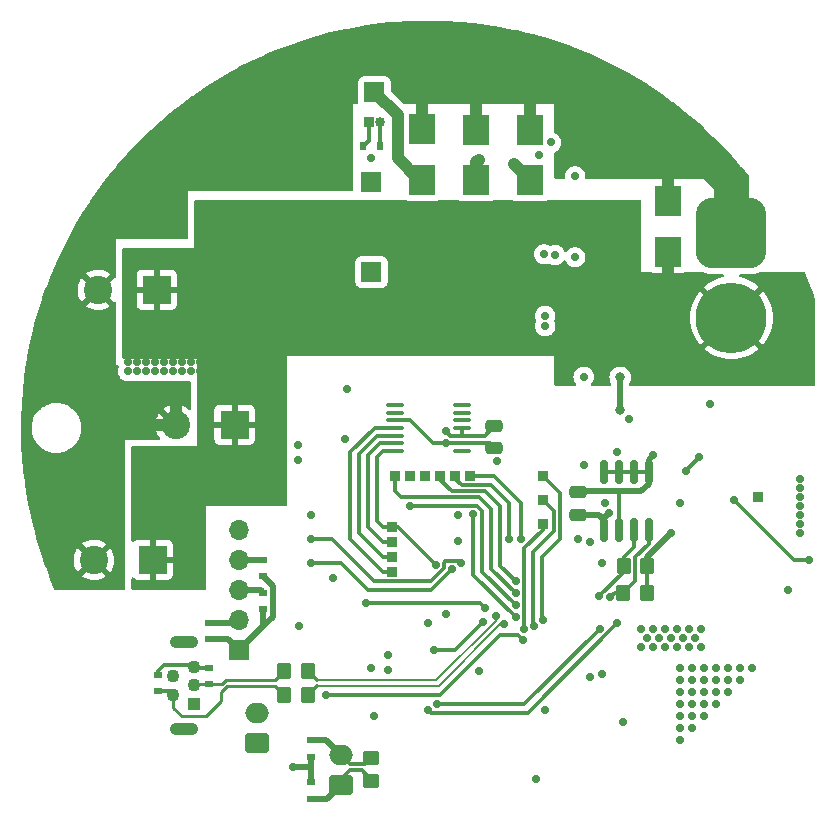
<source format=gbl>
G04 #@! TF.GenerationSoftware,KiCad,Pcbnew,6.0.11+dfsg-1*
G04 #@! TF.CreationDate,2025-03-20T11:06:45-04:00*
G04 #@! TF.ProjectId,foc-board,666f632d-626f-4617-9264-2e6b69636164,rev?*
G04 #@! TF.SameCoordinates,Original*
G04 #@! TF.FileFunction,Copper,L4,Bot*
G04 #@! TF.FilePolarity,Positive*
%FSLAX46Y46*%
G04 Gerber Fmt 4.6, Leading zero omitted, Abs format (unit mm)*
G04 Created by KiCad (PCBNEW 6.0.11+dfsg-1) date 2025-03-20 11:06:45*
%MOMM*%
%LPD*%
G01*
G04 APERTURE LIST*
G04 Aperture macros list*
%AMRoundRect*
0 Rectangle with rounded corners*
0 $1 Rounding radius*
0 $2 $3 $4 $5 $6 $7 $8 $9 X,Y pos of 4 corners*
0 Add a 4 corners polygon primitive as box body*
4,1,4,$2,$3,$4,$5,$6,$7,$8,$9,$2,$3,0*
0 Add four circle primitives for the rounded corners*
1,1,$1+$1,$2,$3*
1,1,$1+$1,$4,$5*
1,1,$1+$1,$6,$7*
1,1,$1+$1,$8,$9*
0 Add four rect primitives between the rounded corners*
20,1,$1+$1,$2,$3,$4,$5,0*
20,1,$1+$1,$4,$5,$6,$7,0*
20,1,$1+$1,$6,$7,$8,$9,0*
20,1,$1+$1,$8,$9,$2,$3,0*%
G04 Aperture macros list end*
G04 #@! TA.AperFunction,ComponentPad*
%ADD10R,1.700000X1.700000*%
G04 #@! TD*
G04 #@! TA.AperFunction,ComponentPad*
%ADD11R,2.400000X2.400000*%
G04 #@! TD*
G04 #@! TA.AperFunction,ComponentPad*
%ADD12C,2.400000*%
G04 #@! TD*
G04 #@! TA.AperFunction,ComponentPad*
%ADD13R,0.850000X0.850000*%
G04 #@! TD*
G04 #@! TA.AperFunction,ComponentPad*
%ADD14O,0.850000X0.850000*%
G04 #@! TD*
G04 #@! TA.AperFunction,ComponentPad*
%ADD15RoundRect,0.250000X0.750000X-0.600000X0.750000X0.600000X-0.750000X0.600000X-0.750000X-0.600000X0*%
G04 #@! TD*
G04 #@! TA.AperFunction,ComponentPad*
%ADD16O,2.000000X1.700000*%
G04 #@! TD*
G04 #@! TA.AperFunction,ComponentPad*
%ADD17R,1.100000X1.100000*%
G04 #@! TD*
G04 #@! TA.AperFunction,ComponentPad*
%ADD18C,1.100000*%
G04 #@! TD*
G04 #@! TA.AperFunction,ComponentPad*
%ADD19O,2.400000X1.100000*%
G04 #@! TD*
G04 #@! TA.AperFunction,ComponentPad*
%ADD20RoundRect,1.500000X-1.500000X1.500000X-1.500000X-1.500000X1.500000X-1.500000X1.500000X1.500000X0*%
G04 #@! TD*
G04 #@! TA.AperFunction,ComponentPad*
%ADD21C,6.000000*%
G04 #@! TD*
G04 #@! TA.AperFunction,ComponentPad*
%ADD22O,1.700000X1.700000*%
G04 #@! TD*
G04 #@! TA.AperFunction,SMDPad,CuDef*
%ADD23R,0.700000X0.600000*%
G04 #@! TD*
G04 #@! TA.AperFunction,SMDPad,CuDef*
%ADD24RoundRect,0.150000X-0.150000X0.825000X-0.150000X-0.825000X0.150000X-0.825000X0.150000X0.825000X0*%
G04 #@! TD*
G04 #@! TA.AperFunction,SMDPad,CuDef*
%ADD25RoundRect,0.250000X-0.350000X-0.450000X0.350000X-0.450000X0.350000X0.450000X-0.350000X0.450000X0*%
G04 #@! TD*
G04 #@! TA.AperFunction,SMDPad,CuDef*
%ADD26R,2.300000X2.500000*%
G04 #@! TD*
G04 #@! TA.AperFunction,SMDPad,CuDef*
%ADD27R,0.600000X0.700000*%
G04 #@! TD*
G04 #@! TA.AperFunction,SMDPad,CuDef*
%ADD28RoundRect,0.250000X-0.475000X0.250000X-0.475000X-0.250000X0.475000X-0.250000X0.475000X0.250000X0*%
G04 #@! TD*
G04 #@! TA.AperFunction,SMDPad,CuDef*
%ADD29RoundRect,0.100000X-0.637500X-0.100000X0.637500X-0.100000X0.637500X0.100000X-0.637500X0.100000X0*%
G04 #@! TD*
G04 #@! TA.AperFunction,SMDPad,CuDef*
%ADD30RoundRect,0.250000X0.475000X-0.250000X0.475000X0.250000X-0.475000X0.250000X-0.475000X-0.250000X0*%
G04 #@! TD*
G04 #@! TA.AperFunction,SMDPad,CuDef*
%ADD31RoundRect,0.250000X0.450000X-0.350000X0.450000X0.350000X-0.450000X0.350000X-0.450000X-0.350000X0*%
G04 #@! TD*
G04 #@! TA.AperFunction,SMDPad,CuDef*
%ADD32RoundRect,0.250000X0.350000X0.450000X-0.350000X0.450000X-0.350000X-0.450000X0.350000X-0.450000X0*%
G04 #@! TD*
G04 #@! TA.AperFunction,ViaPad*
%ADD33C,0.700000*%
G04 #@! TD*
G04 #@! TA.AperFunction,ViaPad*
%ADD34C,0.800000*%
G04 #@! TD*
G04 #@! TA.AperFunction,Conductor*
%ADD35C,1.000000*%
G04 #@! TD*
G04 #@! TA.AperFunction,Conductor*
%ADD36C,0.300000*%
G04 #@! TD*
G04 #@! TA.AperFunction,Conductor*
%ADD37C,0.500000*%
G04 #@! TD*
G04 #@! TA.AperFunction,Conductor*
%ADD38C,3.000000*%
G04 #@! TD*
G04 #@! TA.AperFunction,Conductor*
%ADD39C,0.250000*%
G04 #@! TD*
G04 #@! TA.AperFunction,Conductor*
%ADD40C,0.200000*%
G04 #@! TD*
G04 APERTURE END LIST*
D10*
X102640000Y-82764000D03*
D11*
X84135959Y-107148000D03*
D12*
X79135959Y-107148000D03*
D13*
X102394000Y-70064000D03*
D14*
X103394000Y-70064000D03*
D13*
X109752000Y-100036000D03*
D11*
X84467918Y-84288000D03*
D12*
X79467918Y-84288000D03*
D13*
X105942000Y-100036000D03*
X104672000Y-100036000D03*
X107212000Y-100038000D03*
D15*
X100100000Y-126198000D03*
D16*
X100100000Y-123698000D03*
D13*
X117134000Y-102068000D03*
D15*
X92971000Y-122622000D03*
D16*
X92971000Y-120122000D03*
D13*
X117134000Y-100036000D03*
X135406000Y-101814000D03*
X111022000Y-100036000D03*
X108482000Y-100036000D03*
D10*
X102894000Y-67524000D03*
D17*
X87626000Y-119378000D03*
D18*
X85876000Y-118578000D03*
X87626000Y-117778000D03*
X85876000Y-116978000D03*
X87626000Y-116178000D03*
D19*
X86751000Y-121428000D03*
X86751000Y-114128000D03*
D13*
X104394000Y-105664000D03*
X104394000Y-108204000D03*
D20*
X133120000Y-79462000D03*
D21*
X133120000Y-86662000D03*
D13*
X104394000Y-106934000D03*
X117134000Y-104100000D03*
D10*
X91440000Y-114808000D03*
D22*
X91440000Y-112268000D03*
X91440000Y-109728000D03*
X91440000Y-107188000D03*
X91440000Y-104648000D03*
D13*
X104394000Y-104394000D03*
D10*
X102640000Y-75144000D03*
D11*
X91051795Y-95718000D03*
D12*
X86051795Y-95718000D03*
D23*
X97536000Y-127384000D03*
X97536000Y-125984000D03*
X97536000Y-122428000D03*
X97536000Y-123828000D03*
D24*
X122301000Y-99698000D03*
X123571000Y-99698000D03*
X124841000Y-99698000D03*
X126111000Y-99698000D03*
X126111000Y-104648000D03*
X124841000Y-104648000D03*
X123571000Y-104648000D03*
X122301000Y-104648000D03*
D23*
X88924000Y-112482000D03*
X88924000Y-113882000D03*
D25*
X95234000Y-118618000D03*
X97234000Y-118618000D03*
D26*
X106958000Y-75008000D03*
X106958000Y-70708000D03*
D27*
X101940000Y-72096000D03*
X103340000Y-72096000D03*
D28*
X120142000Y-101437000D03*
X120142000Y-103337000D03*
D23*
X84606000Y-118262000D03*
X84606000Y-116862000D03*
D29*
X104603500Y-97922000D03*
X104603500Y-97272000D03*
X104603500Y-96622000D03*
X104603500Y-95972000D03*
X104603500Y-95322000D03*
X104603500Y-94672000D03*
X104603500Y-94022000D03*
X110328500Y-94022000D03*
X110328500Y-94672000D03*
X110328500Y-95322000D03*
X110328500Y-95972000D03*
X110328500Y-96622000D03*
X110328500Y-97272000D03*
X110328500Y-97922000D03*
D23*
X88924000Y-117692000D03*
X88924000Y-116292000D03*
X93472000Y-107148000D03*
X93472000Y-108548000D03*
D30*
X113054000Y-97684000D03*
X113054000Y-95784000D03*
D25*
X95250000Y-116586000D03*
X97250000Y-116586000D03*
D26*
X111530000Y-75026000D03*
X111530000Y-70726000D03*
X127786000Y-81104000D03*
X127786000Y-76804000D03*
D23*
X93472000Y-109942000D03*
X93472000Y-111342000D03*
D31*
X102640000Y-125912000D03*
X102640000Y-123912000D03*
D26*
X116102000Y-75026000D03*
X116102000Y-70726000D03*
D32*
X125952000Y-109915000D03*
X123952000Y-109915000D03*
X125980000Y-107669000D03*
X123980000Y-107669000D03*
D33*
X129794000Y-117348000D03*
X138938000Y-103378000D03*
X83336000Y-77938000D03*
X129794000Y-121412000D03*
X128778000Y-102362000D03*
X83336000Y-78700000D03*
X123444000Y-98044000D03*
X126492000Y-98298000D03*
X113284000Y-98806000D03*
X131826000Y-119380000D03*
X85622000Y-79462000D03*
X131826000Y-117348000D03*
X122174000Y-107442000D03*
X138938000Y-104902000D03*
X138938000Y-100330000D03*
X84098000Y-77938000D03*
X131826000Y-118364000D03*
X138938000Y-101092000D03*
X128778000Y-120396000D03*
X128778000Y-118364000D03*
X82574000Y-78700000D03*
X133858000Y-116332000D03*
X128778000Y-119380000D03*
X134874000Y-116332000D03*
X117348000Y-119888000D03*
X105093500Y-66468664D03*
X84860000Y-78700000D03*
X132842000Y-117348000D03*
X86384000Y-77938000D03*
X86384000Y-79462000D03*
X82574000Y-77938000D03*
X130810000Y-120396000D03*
X128778000Y-121412000D03*
X84860000Y-77938000D03*
X128778000Y-122428000D03*
X96012000Y-124714000D03*
X81050000Y-77938000D03*
X85622000Y-78700000D03*
X84098000Y-78700000D03*
X81812000Y-77938000D03*
X130810000Y-117348000D03*
X81050000Y-79462000D03*
X85622000Y-77938000D03*
X102870000Y-120396000D03*
X108966000Y-111760000D03*
X83336000Y-79462000D03*
X128778000Y-117348000D03*
X124460000Y-95250000D03*
X129794000Y-118364000D03*
X109982000Y-103378000D03*
X81812000Y-79462000D03*
X138938000Y-101854000D03*
X81050000Y-78700000D03*
X96520000Y-112776000D03*
X132842000Y-118364000D03*
X116840000Y-72898000D03*
X129794000Y-119380000D03*
X130810000Y-118364000D03*
X132842000Y-116332000D03*
X108976000Y-97272000D03*
X118172500Y-81339500D03*
X82574000Y-79462000D03*
X138938000Y-102616000D03*
X86384000Y-78700000D03*
X84860000Y-79462000D03*
X84098000Y-79462000D03*
X131826000Y-116332000D03*
X131318000Y-93980000D03*
X129794000Y-120396000D03*
X128778000Y-116332000D03*
X129794000Y-116332000D03*
X122174000Y-116840000D03*
X133858000Y-117348000D03*
X117348000Y-87376000D03*
X130810000Y-116332000D03*
X116586000Y-125730000D03*
X138938000Y-104140000D03*
X130810000Y-119380000D03*
X81812000Y-78700000D03*
D34*
X123698000Y-91694000D03*
X123698000Y-94488000D03*
D33*
X139700000Y-107161626D03*
X133350000Y-102108000D03*
X116423343Y-112745552D03*
X111760000Y-116586000D03*
X137922000Y-109728000D03*
X128524000Y-114554000D03*
X122712448Y-103215343D03*
X117348000Y-86476497D03*
X125476000Y-114554000D03*
X126492000Y-113030000D03*
X126492000Y-114554000D03*
X108966000Y-96264500D03*
X125984000Y-113792000D03*
X117275478Y-81272742D03*
X128016000Y-113792000D03*
X125476000Y-113030000D03*
X130556000Y-114554000D03*
X127508000Y-114554000D03*
X123952000Y-120904000D03*
X128524000Y-113030000D03*
X99354000Y-108672000D03*
X102616000Y-116332000D03*
X107442000Y-112522000D03*
X97536000Y-103378000D03*
X129540000Y-114554000D03*
X129032000Y-113792000D03*
X121158000Y-117094000D03*
X130048000Y-113792000D03*
X121158000Y-105664000D03*
X127508000Y-113030000D03*
X109982000Y-105509500D03*
X117850422Y-71810952D03*
X128016000Y-104902000D03*
X129540000Y-113030000D03*
X130556000Y-113030000D03*
X127000000Y-113792000D03*
X115570000Y-113030000D03*
X88924000Y-82002000D03*
X88162000Y-89622000D03*
X83590000Y-88098000D03*
X85114000Y-81240000D03*
X85876000Y-86574000D03*
X86614000Y-91186000D03*
X82828000Y-88860000D03*
X82828000Y-86574000D03*
X88924000Y-77430000D03*
X82042000Y-90424000D03*
X87376000Y-90424000D03*
X85114000Y-88860000D03*
X87400000Y-86574000D03*
X85852000Y-90424000D03*
X83590000Y-81240000D03*
X88162000Y-78192000D03*
X88924000Y-86574000D03*
X85876000Y-88098000D03*
X87400000Y-89622000D03*
X82042000Y-91186000D03*
X83566000Y-91186000D03*
X85090000Y-90424000D03*
X84352000Y-87336000D03*
X85876000Y-87336000D03*
X85114000Y-82002000D03*
X86614000Y-90424000D03*
X86638000Y-82002000D03*
X88162000Y-87336000D03*
X86638000Y-87336000D03*
X84352000Y-89622000D03*
X84352000Y-82002000D03*
X83590000Y-87336000D03*
X82066000Y-88098000D03*
X85876000Y-82002000D03*
X88924000Y-78192000D03*
X88924000Y-81240000D03*
X87400000Y-81240000D03*
X82066000Y-89622000D03*
X88924000Y-79716000D03*
X85114000Y-86574000D03*
X85114000Y-87336000D03*
X88924000Y-87336000D03*
X82828000Y-82002000D03*
X87376000Y-91186000D03*
X82804000Y-91186000D03*
X82066000Y-87336000D03*
X82066000Y-88860000D03*
X82828000Y-89622000D03*
X85876000Y-89622000D03*
X85114000Y-88098000D03*
X88138000Y-91186000D03*
X88162000Y-80478000D03*
X88924000Y-78954000D03*
X84328000Y-91186000D03*
X88924000Y-80478000D03*
X88162000Y-81240000D03*
X84328000Y-90424000D03*
X83590000Y-88860000D03*
X85876000Y-81240000D03*
X83566000Y-90424000D03*
X82066000Y-82002000D03*
X85852000Y-91186000D03*
X88162000Y-88098000D03*
X82066000Y-86574000D03*
X82066000Y-81240000D03*
X88162000Y-86574000D03*
X88900000Y-90424000D03*
X82828000Y-87336000D03*
X83590000Y-82002000D03*
X88162000Y-88860000D03*
X85090000Y-91186000D03*
X88162000Y-77430000D03*
X86638000Y-89622000D03*
X85114000Y-89622000D03*
X82828000Y-81240000D03*
X87400000Y-82002000D03*
X88138000Y-90424000D03*
X87400000Y-88860000D03*
X86638000Y-88098000D03*
X83590000Y-86574000D03*
X86638000Y-86574000D03*
X88924000Y-88098000D03*
X86638000Y-81240000D03*
X87400000Y-88098000D03*
X88900000Y-91186000D03*
X84352000Y-81240000D03*
X88924000Y-89622000D03*
X82804000Y-90424000D03*
X88162000Y-78954000D03*
X85876000Y-88860000D03*
X87400000Y-87336000D03*
X84352000Y-88860000D03*
X83590000Y-89622000D03*
X82828000Y-88098000D03*
X88924000Y-88860000D03*
X84352000Y-86574000D03*
X88162000Y-79716000D03*
X86638000Y-88860000D03*
X88162000Y-82002000D03*
X84352000Y-88098000D03*
X117156067Y-112223804D03*
X130375082Y-98478918D03*
X129244418Y-99609582D03*
X98806000Y-118618000D03*
X115454250Y-113922023D03*
X110236000Y-107442000D03*
X97536000Y-105410000D03*
X97536000Y-107442000D03*
X109474000Y-107950000D03*
X100425703Y-96933780D03*
D34*
X111720000Y-73308502D03*
D33*
X100608000Y-92670000D03*
D34*
X114696000Y-73620000D03*
D33*
X96393000Y-97409000D03*
X121973622Y-112976378D03*
X104013000Y-115189000D03*
X108204000Y-119380000D03*
X96393000Y-98679000D03*
X104035184Y-116436816D03*
X107420868Y-119822500D03*
X123444000Y-112522000D03*
X102616000Y-73152000D03*
X122428000Y-102362000D03*
X119888000Y-81534000D03*
X120142000Y-105410000D03*
X119888000Y-74676000D03*
X112268000Y-111252000D03*
X102195771Y-110808367D03*
X120650000Y-99097500D03*
X120607513Y-91656500D03*
X111252000Y-103253000D03*
X114870500Y-112014000D03*
X105918000Y-102553500D03*
X114870500Y-110998000D03*
X114870500Y-109982000D03*
X115316000Y-105410000D03*
X114300000Y-105410000D03*
X114870500Y-108966000D03*
X107950000Y-114808000D03*
X112116664Y-112406157D03*
X108077000Y-107569000D03*
X122864373Y-110280870D03*
X121920000Y-110236000D03*
X113184433Y-111935496D03*
X113856185Y-112607248D03*
D35*
X116102000Y-70726000D02*
X116102000Y-68350000D01*
D36*
X84606000Y-116562000D02*
X85090000Y-116078000D01*
X87526000Y-116078000D02*
X87626000Y-116178000D01*
X84606000Y-116862000D02*
X84606000Y-116562000D01*
X108976000Y-97272000D02*
X107848424Y-97272000D01*
X123571000Y-104648000D02*
X123571000Y-101473000D01*
D37*
X88924000Y-113882000D02*
X90514000Y-113882000D01*
X94272000Y-111976000D02*
X93472000Y-112776000D01*
D36*
X110328500Y-97272000D02*
X108976000Y-97272000D01*
D35*
X86051795Y-95718000D02*
X84606000Y-95718000D01*
D36*
X88924000Y-116292000D02*
X87740000Y-116292000D01*
X103394000Y-72042000D02*
X103340000Y-72096000D01*
D37*
X126111000Y-98679000D02*
X126492000Y-98298000D01*
X93472000Y-112776000D02*
X91440000Y-114808000D01*
X93472000Y-108548000D02*
X94272000Y-109348000D01*
D36*
X85090000Y-116078000D02*
X87526000Y-116078000D01*
D37*
X125476000Y-101346000D02*
X126111000Y-100711000D01*
X120142000Y-101437000D02*
X120233000Y-101346000D01*
X126111000Y-100711000D02*
X126111000Y-99698000D01*
D38*
X133120000Y-79462000D02*
X133120000Y-75144000D01*
D37*
X123698000Y-101346000D02*
X125476000Y-101346000D01*
D36*
X87740000Y-116292000D02*
X87626000Y-116178000D01*
D37*
X126111000Y-99698000D02*
X126111000Y-98679000D01*
X93472000Y-111342000D02*
X93472000Y-112776000D01*
D36*
X110328500Y-97272000D02*
X112642000Y-97272000D01*
D37*
X97536000Y-124714000D02*
X97536000Y-123828000D01*
D35*
X86051795Y-95718000D02*
X86051795Y-93510205D01*
X106958000Y-70708000D02*
X106958000Y-68286000D01*
D36*
X112642000Y-97272000D02*
X113054000Y-97684000D01*
D37*
X97536000Y-125984000D02*
X97536000Y-124714000D01*
X94272000Y-109348000D02*
X94272000Y-111976000D01*
D36*
X105898424Y-95322000D02*
X104603500Y-95322000D01*
X107848424Y-97272000D02*
X105898424Y-95322000D01*
D38*
X133120000Y-75144000D02*
X131596000Y-73620000D01*
D36*
X122301000Y-99698000D02*
X126111000Y-99698000D01*
X123571000Y-101473000D02*
X123698000Y-101346000D01*
D35*
X111530000Y-70726000D02*
X111530000Y-68286000D01*
D37*
X90514000Y-113882000D02*
X91440000Y-114808000D01*
D35*
X127786000Y-76804000D02*
X127786000Y-73620000D01*
D37*
X97536000Y-124714000D02*
X96012000Y-124714000D01*
X120233000Y-101346000D02*
X123698000Y-101346000D01*
D35*
X116102000Y-68350000D02*
X116078000Y-68326000D01*
D36*
X103394000Y-70064000D02*
X103394000Y-72042000D01*
D37*
X123698000Y-94488000D02*
X123698000Y-91694000D01*
D36*
X138403626Y-107161626D02*
X133350000Y-102108000D01*
X139700000Y-107161626D02*
X138403626Y-107161626D01*
X116332000Y-112654209D02*
X116332000Y-106452000D01*
X118110000Y-103044000D02*
X117134000Y-102068000D01*
X116423343Y-112745552D02*
X116332000Y-112654209D01*
X118110000Y-104674000D02*
X118110000Y-103044000D01*
X116332000Y-106452000D02*
X118110000Y-104674000D01*
D37*
X120142000Y-103337000D02*
X121879000Y-103337000D01*
D36*
X110328500Y-96622000D02*
X109323500Y-96622000D01*
X112216000Y-96622000D02*
X113054000Y-95784000D01*
X125980000Y-109887000D02*
X125952000Y-109915000D01*
D37*
X122301000Y-103626791D02*
X122712448Y-103215343D01*
X122301000Y-104648000D02*
X122301000Y-103626791D01*
D36*
X110328500Y-96622000D02*
X110328500Y-95972000D01*
X125980000Y-107669000D02*
X125980000Y-109887000D01*
D37*
X121879000Y-103337000D02*
X122301000Y-103759000D01*
D36*
X110328500Y-96622000D02*
X112216000Y-96622000D01*
X109323500Y-96622000D02*
X108966000Y-96264500D01*
D37*
X122301000Y-103759000D02*
X122301000Y-104648000D01*
X125980000Y-106938000D02*
X128016000Y-104902000D01*
X125980000Y-107669000D02*
X125980000Y-106938000D01*
D36*
X115570000Y-106172000D02*
X117134000Y-104608000D01*
X117134000Y-104608000D02*
X117134000Y-104100000D01*
X115570000Y-113030000D02*
X115570000Y-106172000D01*
D35*
X127786000Y-81104000D02*
X127786000Y-83780000D01*
D36*
X118618000Y-101520000D02*
X117134000Y-100036000D01*
X117094000Y-112161737D02*
X117094000Y-106934000D01*
X117094000Y-106934000D02*
X118618000Y-105410000D01*
X117156067Y-112223804D02*
X117094000Y-112161737D01*
X118618000Y-105410000D02*
X118618000Y-101520000D01*
X129244418Y-99609582D02*
X130375082Y-98478918D01*
D37*
X88924000Y-112482000D02*
X91226000Y-112482000D01*
X91226000Y-112482000D02*
X91440000Y-112268000D01*
X93258000Y-109728000D02*
X93472000Y-109942000D01*
X91440000Y-109728000D02*
X93258000Y-109728000D01*
X91440000Y-107188000D02*
X93432000Y-107188000D01*
X93432000Y-107188000D02*
X93472000Y-107148000D01*
D36*
X98806000Y-118618000D02*
X108458000Y-118618000D01*
X113538000Y-113538000D02*
X115070227Y-113538000D01*
X115070227Y-113538000D02*
X115454250Y-113922023D01*
X108458000Y-118618000D02*
X113538000Y-113538000D01*
X108777000Y-107377000D02*
X108904000Y-107250000D01*
X107656950Y-108979000D02*
X108777000Y-107858950D01*
X102883000Y-108979000D02*
X107656950Y-108979000D01*
X108777000Y-107858950D02*
X108777000Y-107377000D01*
X108904000Y-107250000D02*
X110044000Y-107250000D01*
X97536000Y-105410000D02*
X99314000Y-105410000D01*
X99314000Y-105410000D02*
X102883000Y-108979000D01*
X110044000Y-107250000D02*
X110236000Y-107442000D01*
X102362000Y-109728000D02*
X107696000Y-109728000D01*
X97536000Y-107442000D02*
X100076000Y-107442000D01*
X100076000Y-107442000D02*
X102362000Y-109728000D01*
X107696000Y-109728000D02*
X109474000Y-107950000D01*
D39*
X90424000Y-117856000D02*
X89916000Y-118364000D01*
X85876000Y-119658000D02*
X86614000Y-120396000D01*
X88646000Y-120396000D02*
X89916000Y-119126000D01*
X86614000Y-120396000D02*
X88646000Y-120396000D01*
X85876000Y-118578000D02*
X85876000Y-119658000D01*
D36*
X84606000Y-118262000D02*
X85560000Y-118262000D01*
D39*
X89916000Y-119126000D02*
X89916000Y-118364000D01*
X95234000Y-118618000D02*
X95234000Y-118602000D01*
D36*
X85560000Y-118262000D02*
X85876000Y-118578000D01*
D39*
X94488000Y-117856000D02*
X90424000Y-117856000D01*
X95234000Y-118602000D02*
X94488000Y-117856000D01*
X90295604Y-117348000D02*
X89951604Y-117692000D01*
X94488000Y-117348000D02*
X90295604Y-117348000D01*
X87712000Y-117692000D02*
X87626000Y-117778000D01*
X88924000Y-117692000D02*
X87712000Y-117692000D01*
X95250000Y-116586000D02*
X94488000Y-117348000D01*
X89951604Y-117692000D02*
X88924000Y-117692000D01*
D37*
X98830000Y-122428000D02*
X97536000Y-122428000D01*
X100100000Y-123698000D02*
X98830000Y-122428000D01*
D36*
X102108000Y-124460000D02*
X100862000Y-124460000D01*
X102640000Y-123912000D02*
X102640000Y-123928000D01*
X100862000Y-124460000D02*
X100100000Y-123698000D01*
X102640000Y-123928000D02*
X102108000Y-124460000D01*
X100838000Y-124968000D02*
X100100000Y-125706000D01*
X101854000Y-124968000D02*
X100838000Y-124968000D01*
D37*
X98914000Y-127384000D02*
X97536000Y-127384000D01*
D36*
X102640000Y-125912000D02*
X102640000Y-125754000D01*
D37*
X100100000Y-126198000D02*
X98914000Y-127384000D01*
D36*
X100100000Y-125706000D02*
X100100000Y-126198000D01*
X102640000Y-125754000D02*
X101854000Y-124968000D01*
D35*
X102894000Y-67524000D02*
X104854000Y-69484000D01*
X104854000Y-73158000D02*
X106704000Y-75008000D01*
X104854000Y-69484000D02*
X104854000Y-73158000D01*
X111530000Y-73498502D02*
X111530000Y-75026000D01*
X111720000Y-73308502D02*
X111530000Y-73498502D01*
X114696000Y-73620000D02*
X116102000Y-75026000D01*
D36*
X102394000Y-71642000D02*
X101940000Y-72096000D01*
X102394000Y-70064000D02*
X102394000Y-71642000D01*
X115570000Y-119380000D02*
X108204000Y-119380000D01*
X121973622Y-112976378D02*
X115570000Y-119380000D01*
X115886000Y-120080000D02*
X107678368Y-120080000D01*
X107678368Y-120080000D02*
X107420868Y-119822500D01*
X123444000Y-112522000D02*
X115886000Y-120080000D01*
X111824367Y-110808367D02*
X112268000Y-111252000D01*
X102195771Y-110808367D02*
X111824367Y-110808367D01*
X111252000Y-108395500D02*
X114870500Y-112014000D01*
X111252000Y-103253000D02*
X111252000Y-108395500D01*
X112014000Y-102997000D02*
X112014000Y-108141500D01*
X111570500Y-102553500D02*
X112014000Y-102997000D01*
X105918000Y-102553500D02*
X111570500Y-102553500D01*
X112014000Y-108141500D02*
X114870500Y-110998000D01*
X104394000Y-105664000D02*
X103632000Y-105664000D01*
X102362000Y-104394000D02*
X102362000Y-98298000D01*
X102362000Y-98298000D02*
X103388000Y-97272000D01*
X103388000Y-97272000D02*
X104603500Y-97272000D01*
X103632000Y-105664000D02*
X102362000Y-104394000D01*
X105156000Y-101854000D02*
X104648000Y-101346000D01*
X114870500Y-109982000D02*
X112776000Y-107887500D01*
X112776000Y-107887500D02*
X112776000Y-102870000D01*
X112776000Y-102870000D02*
X111760000Y-101854000D01*
X111760000Y-101854000D02*
X105156000Y-101854000D01*
X104648000Y-101346000D02*
X104672000Y-101322000D01*
X104672000Y-101322000D02*
X104672000Y-100036000D01*
X101600000Y-98171000D02*
X103149000Y-96622000D01*
X103149000Y-96622000D02*
X104603500Y-96622000D01*
X103632000Y-106934000D02*
X101600000Y-104902000D01*
X104394000Y-106934000D02*
X103632000Y-106934000D01*
X101600000Y-104902000D02*
X101600000Y-98171000D01*
X102910000Y-95972000D02*
X100838000Y-98044000D01*
X103632000Y-108204000D02*
X104394000Y-108204000D01*
X100838000Y-98044000D02*
X100838000Y-105410000D01*
X100838000Y-105410000D02*
X103632000Y-108204000D01*
X104603500Y-95972000D02*
X102910000Y-95972000D01*
X115316000Y-102362000D02*
X112990000Y-100036000D01*
X112990000Y-100036000D02*
X111022000Y-100036000D01*
X115316000Y-105410000D02*
X115316000Y-102362000D01*
X114300000Y-102362000D02*
X112776000Y-100838000D01*
X110274000Y-100838000D02*
X109752000Y-100316000D01*
X109752000Y-100316000D02*
X109752000Y-100036000D01*
X112776000Y-100838000D02*
X110274000Y-100838000D01*
X114300000Y-105410000D02*
X114300000Y-102362000D01*
X113538000Y-102616000D02*
X112276000Y-101354000D01*
X113538000Y-107633500D02*
X113538000Y-102616000D01*
X112276000Y-101354000D02*
X109482000Y-101354000D01*
X108482000Y-100354000D02*
X108482000Y-100036000D01*
X114870500Y-108966000D02*
X113538000Y-107633500D01*
X109482000Y-101354000D02*
X108482000Y-100354000D01*
X107950000Y-114808000D02*
X109714821Y-114808000D01*
X109714821Y-114808000D02*
X112116664Y-112406157D01*
X108077000Y-107569000D02*
X104902000Y-104394000D01*
X103124000Y-103886000D02*
X103632000Y-104394000D01*
X103627000Y-97922000D02*
X103124000Y-98425000D01*
X104603500Y-97922000D02*
X103627000Y-97922000D01*
X104902000Y-104394000D02*
X104394000Y-104394000D01*
X103124000Y-98425000D02*
X103124000Y-103886000D01*
X103632000Y-104394000D02*
X104394000Y-104394000D01*
X126111000Y-105791000D02*
X124968000Y-106934000D01*
X124968000Y-108899000D02*
X123952000Y-109915000D01*
X123230243Y-109915000D02*
X122864373Y-110280870D01*
X126111000Y-104648000D02*
X126111000Y-105791000D01*
X124968000Y-106934000D02*
X124968000Y-108899000D01*
X123952000Y-109915000D02*
X123230243Y-109915000D01*
X123980000Y-108176000D02*
X121920000Y-110236000D01*
X123980000Y-107669000D02*
X123980000Y-108176000D01*
X123980000Y-107669000D02*
X123980000Y-106906000D01*
X123980000Y-106906000D02*
X124841000Y-106045000D01*
X124841000Y-106045000D02*
X124841000Y-104648000D01*
D40*
X108136695Y-117336787D02*
X98082013Y-117336787D01*
X113184433Y-111935496D02*
X113184433Y-112289049D01*
D36*
X98000787Y-117336787D02*
X97250000Y-116586000D01*
D40*
X113184433Y-112289049D02*
X108136695Y-117336787D01*
X108323093Y-117786787D02*
X98082013Y-117786787D01*
X113502632Y-112607248D02*
X108323093Y-117786787D01*
D36*
X97234000Y-118618000D02*
X98015213Y-117836787D01*
D40*
X113856185Y-112607248D02*
X113502632Y-112607248D01*
G04 #@! TA.AperFunction,Conductor*
G36*
X107889463Y-61483134D02*
G01*
X109028577Y-61515948D01*
X109032724Y-61516136D01*
X110170093Y-61586697D01*
X110174258Y-61587025D01*
X111308630Y-61695254D01*
X111312782Y-61695719D01*
X112442983Y-61841503D01*
X112447118Y-61842106D01*
X113571860Y-62025282D01*
X113575972Y-62026022D01*
X113849121Y-62079859D01*
X114694035Y-62246390D01*
X114698083Y-62247258D01*
X114975901Y-62311653D01*
X115808220Y-62504575D01*
X115812274Y-62505586D01*
X116302077Y-62636370D01*
X116913279Y-62799570D01*
X116917255Y-62800703D01*
X117566953Y-62997477D01*
X118007885Y-63131022D01*
X118011863Y-63132299D01*
X119090927Y-63498592D01*
X119094854Y-63499998D01*
X120161226Y-63901882D01*
X120165076Y-63903406D01*
X121217557Y-64340434D01*
X121221336Y-64342078D01*
X122258716Y-64813747D01*
X122262462Y-64815525D01*
X122577397Y-64971518D01*
X123283665Y-65321345D01*
X123287377Y-65323262D01*
X124291165Y-65862616D01*
X124294807Y-65864651D01*
X125280228Y-66437030D01*
X125283738Y-66439146D01*
X125859185Y-66799424D01*
X126249656Y-67043892D01*
X126253160Y-67046168D01*
X127198421Y-67682555D01*
X127201842Y-67684941D01*
X128125556Y-68352370D01*
X128128870Y-68354850D01*
X129029895Y-69052498D01*
X129033150Y-69055105D01*
X129220485Y-69210358D01*
X129910575Y-69782265D01*
X129913747Y-69784984D01*
X130766553Y-70540810D01*
X130769627Y-70543626D01*
X131502096Y-71237500D01*
X131596919Y-71327327D01*
X131599904Y-71330250D01*
X132400751Y-72140941D01*
X132403638Y-72143962D01*
X133177184Y-72980780D01*
X133179968Y-72983895D01*
X133566170Y-73430525D01*
X133878959Y-73792255D01*
X133925292Y-73845838D01*
X133927966Y-73849035D01*
X133989968Y-73925737D01*
X134603541Y-74684791D01*
X134630809Y-74750342D01*
X134618308Y-74820230D01*
X134570008Y-74872265D01*
X134505551Y-74890000D01*
X120868674Y-74890000D01*
X120800553Y-74869998D01*
X120754060Y-74816342D01*
X120743364Y-74750829D01*
X120750539Y-74682565D01*
X120751229Y-74676000D01*
X120732365Y-74496525D01*
X120676599Y-74324893D01*
X120586367Y-74168607D01*
X120465613Y-74034496D01*
X120413091Y-73996336D01*
X120324957Y-73932303D01*
X120324956Y-73932302D01*
X120319615Y-73928422D01*
X120313587Y-73925738D01*
X120313585Y-73925737D01*
X120160783Y-73857705D01*
X120160781Y-73857705D01*
X120154752Y-73855020D01*
X120059106Y-73834690D01*
X119984689Y-73818872D01*
X119984685Y-73818872D01*
X119978232Y-73817500D01*
X119797768Y-73817500D01*
X119791315Y-73818872D01*
X119791311Y-73818872D01*
X119716894Y-73834690D01*
X119621248Y-73855020D01*
X119615219Y-73857704D01*
X119615217Y-73857705D01*
X119462416Y-73925737D01*
X119462414Y-73925738D01*
X119456386Y-73928422D01*
X119451045Y-73932302D01*
X119451044Y-73932303D01*
X119315731Y-74030613D01*
X119315729Y-74030615D01*
X119310387Y-74034496D01*
X119189633Y-74168607D01*
X119099401Y-74324893D01*
X119043635Y-74496525D01*
X119024771Y-74676000D01*
X119025461Y-74682565D01*
X119032636Y-74750829D01*
X119019864Y-74820668D01*
X118971362Y-74872514D01*
X118907326Y-74890000D01*
X118260000Y-74890000D01*
X118191879Y-74869998D01*
X118145386Y-74816342D01*
X118134000Y-74764000D01*
X118134000Y-72706266D01*
X118154002Y-72638145D01*
X118208751Y-72591159D01*
X118276007Y-72561215D01*
X118276009Y-72561214D01*
X118282037Y-72558530D01*
X118348150Y-72510496D01*
X118422691Y-72456339D01*
X118422693Y-72456337D01*
X118428035Y-72452456D01*
X118471285Y-72404422D01*
X118544370Y-72323253D01*
X118544371Y-72323252D01*
X118548789Y-72318345D01*
X118639021Y-72162059D01*
X118681236Y-72032133D01*
X118692747Y-71996706D01*
X118692747Y-71996705D01*
X118694787Y-71990427D01*
X118713651Y-71810952D01*
X118694787Y-71631477D01*
X118688117Y-71610947D01*
X118641063Y-71466130D01*
X118639021Y-71459845D01*
X118548789Y-71303559D01*
X118495392Y-71244255D01*
X118432457Y-71174359D01*
X118432456Y-71174358D01*
X118428035Y-71169448D01*
X118282037Y-71063374D01*
X118276009Y-71060690D01*
X118276007Y-71060689D01*
X118208751Y-71030745D01*
X118154655Y-70984765D01*
X118134000Y-70915638D01*
X118134000Y-68540000D01*
X105388424Y-68540000D01*
X105320303Y-68519998D01*
X105299329Y-68503095D01*
X104289405Y-67493171D01*
X104255379Y-67430859D01*
X104252500Y-67404076D01*
X104252500Y-66625866D01*
X104245745Y-66563684D01*
X104194615Y-66427295D01*
X104107261Y-66310739D01*
X103990705Y-66223385D01*
X103854316Y-66172255D01*
X103792134Y-66165500D01*
X101995866Y-66165500D01*
X101933684Y-66172255D01*
X101797295Y-66223385D01*
X101680739Y-66310739D01*
X101593385Y-66427295D01*
X101542255Y-66563684D01*
X101535500Y-66625866D01*
X101535500Y-68414000D01*
X101515498Y-68482121D01*
X101461842Y-68528614D01*
X101409500Y-68540000D01*
X101116000Y-68540000D01*
X101116000Y-75780000D01*
X101095998Y-75848121D01*
X101042342Y-75894614D01*
X100990000Y-75906000D01*
X87146000Y-75906000D01*
X87146000Y-79844000D01*
X87125998Y-79912121D01*
X87072342Y-79958614D01*
X87020000Y-79970000D01*
X81050000Y-79970000D01*
X81050000Y-83182244D01*
X81029998Y-83250365D01*
X80976342Y-83296858D01*
X80906068Y-83306962D01*
X80851035Y-83284967D01*
X80841782Y-83278394D01*
X80830246Y-83284882D01*
X79839940Y-84275188D01*
X79832326Y-84289132D01*
X79832457Y-84290965D01*
X79836708Y-84297580D01*
X80831650Y-85292522D01*
X80844030Y-85299282D01*
X80848490Y-85295943D01*
X80915010Y-85271131D01*
X80984384Y-85286222D01*
X81034587Y-85336424D01*
X81050000Y-85396810D01*
X81050000Y-90638000D01*
X81117308Y-90638000D01*
X81185429Y-90658002D01*
X81231922Y-90711658D01*
X81237140Y-90725061D01*
X81250463Y-90766065D01*
X81252491Y-90837031D01*
X81250465Y-90843929D01*
X81197635Y-91006525D01*
X81178771Y-91186000D01*
X81197635Y-91365475D01*
X81199675Y-91371753D01*
X81199675Y-91371754D01*
X81230825Y-91467625D01*
X81253401Y-91537107D01*
X81343633Y-91693393D01*
X81348051Y-91698300D01*
X81348052Y-91698301D01*
X81359360Y-91710860D01*
X81464387Y-91827504D01*
X81469729Y-91831385D01*
X81469731Y-91831387D01*
X81595030Y-91922422D01*
X81610385Y-91933578D01*
X81616413Y-91936262D01*
X81616415Y-91936263D01*
X81660999Y-91956113D01*
X81775248Y-92006980D01*
X81863508Y-92025740D01*
X81945311Y-92043128D01*
X81945315Y-92043128D01*
X81951768Y-92044500D01*
X82132232Y-92044500D01*
X82138685Y-92043128D01*
X82138689Y-92043128D01*
X82220492Y-92025740D01*
X82308752Y-92006980D01*
X82314783Y-92004295D01*
X82371751Y-91978931D01*
X82442118Y-91969497D01*
X82474249Y-91978931D01*
X82531217Y-92004295D01*
X82537248Y-92006980D01*
X82625508Y-92025740D01*
X82707311Y-92043128D01*
X82707315Y-92043128D01*
X82713768Y-92044500D01*
X82894232Y-92044500D01*
X82900685Y-92043128D01*
X82900689Y-92043128D01*
X82982492Y-92025740D01*
X83070752Y-92006980D01*
X83076783Y-92004295D01*
X83133751Y-91978931D01*
X83204118Y-91969497D01*
X83236249Y-91978931D01*
X83293217Y-92004295D01*
X83299248Y-92006980D01*
X83387508Y-92025740D01*
X83469311Y-92043128D01*
X83469315Y-92043128D01*
X83475768Y-92044500D01*
X83656232Y-92044500D01*
X83662685Y-92043128D01*
X83662689Y-92043128D01*
X83744492Y-92025740D01*
X83832752Y-92006980D01*
X83838783Y-92004295D01*
X83895751Y-91978931D01*
X83966118Y-91969497D01*
X83998249Y-91978931D01*
X84055217Y-92004295D01*
X84061248Y-92006980D01*
X84149508Y-92025740D01*
X84231311Y-92043128D01*
X84231315Y-92043128D01*
X84237768Y-92044500D01*
X84418232Y-92044500D01*
X84424685Y-92043128D01*
X84424689Y-92043128D01*
X84506492Y-92025740D01*
X84594752Y-92006980D01*
X84600783Y-92004295D01*
X84657751Y-91978931D01*
X84728118Y-91969497D01*
X84760249Y-91978931D01*
X84817217Y-92004295D01*
X84823248Y-92006980D01*
X84911508Y-92025740D01*
X84993311Y-92043128D01*
X84993315Y-92043128D01*
X84999768Y-92044500D01*
X85180232Y-92044500D01*
X85186685Y-92043128D01*
X85186689Y-92043128D01*
X85268492Y-92025740D01*
X85356752Y-92006980D01*
X85362783Y-92004295D01*
X85419751Y-91978931D01*
X85490118Y-91969497D01*
X85522249Y-91978931D01*
X85579217Y-92004295D01*
X85585248Y-92006980D01*
X85673508Y-92025740D01*
X85755311Y-92043128D01*
X85755315Y-92043128D01*
X85761768Y-92044500D01*
X85942232Y-92044500D01*
X85948685Y-92043128D01*
X85948689Y-92043128D01*
X86030492Y-92025740D01*
X86118752Y-92006980D01*
X86124783Y-92004295D01*
X86181751Y-91978931D01*
X86252118Y-91969497D01*
X86284249Y-91978931D01*
X86341217Y-92004295D01*
X86347248Y-92006980D01*
X86435508Y-92025740D01*
X86517311Y-92043128D01*
X86517315Y-92043128D01*
X86523768Y-92044500D01*
X86704232Y-92044500D01*
X86710685Y-92043128D01*
X86710689Y-92043128D01*
X86792492Y-92025740D01*
X86880752Y-92006980D01*
X86886783Y-92004295D01*
X86943751Y-91978931D01*
X87014118Y-91969497D01*
X87046249Y-91978931D01*
X87103217Y-92004295D01*
X87109248Y-92006980D01*
X87285768Y-92044500D01*
X87288496Y-92044500D01*
X87352824Y-92070963D01*
X87393456Y-92129183D01*
X87400000Y-92169263D01*
X87400000Y-94349679D01*
X87379998Y-94417800D01*
X87326342Y-94464293D01*
X87256068Y-94474397D01*
X87187667Y-94441454D01*
X87133089Y-94390112D01*
X87125855Y-94384254D01*
X86924936Y-94244872D01*
X86916910Y-94240144D01*
X86697605Y-94131995D01*
X86688972Y-94128507D01*
X86456083Y-94053958D01*
X86447033Y-94051785D01*
X86205686Y-94012480D01*
X86196397Y-94011668D01*
X85951909Y-94008467D01*
X85942598Y-94009037D01*
X85700317Y-94042010D01*
X85691198Y-94043948D01*
X85456463Y-94112367D01*
X85447710Y-94115639D01*
X85225664Y-94218004D01*
X85217509Y-94222524D01*
X85050263Y-94332175D01*
X85041125Y-94342917D01*
X85045698Y-94352693D01*
X86321910Y-95628905D01*
X86355936Y-95691217D01*
X86350871Y-95762032D01*
X86321910Y-95807095D01*
X86140890Y-95988115D01*
X86078578Y-96022141D01*
X86007763Y-96017076D01*
X85962700Y-95988115D01*
X84688623Y-94714038D01*
X84675315Y-94706771D01*
X84665276Y-94713893D01*
X84660376Y-94719784D01*
X84654963Y-94727373D01*
X84528117Y-94936409D01*
X84523879Y-94944726D01*
X84429324Y-95170214D01*
X84426367Y-95179052D01*
X84366179Y-95416042D01*
X84364558Y-95425232D01*
X84340062Y-95668510D01*
X84339817Y-95677835D01*
X84351549Y-95922064D01*
X84352686Y-95931324D01*
X84400388Y-96171143D01*
X84402877Y-96180118D01*
X84485503Y-96410250D01*
X84489300Y-96418778D01*
X84605029Y-96634160D01*
X84610040Y-96642027D01*
X84718007Y-96786611D01*
X84742739Y-96853160D01*
X84727565Y-96922517D01*
X84677303Y-96972659D01*
X84617049Y-96988000D01*
X81812000Y-96988000D01*
X81812000Y-109562000D01*
X81791998Y-109630121D01*
X81738342Y-109676614D01*
X81686000Y-109688000D01*
X75901868Y-109688000D01*
X75833747Y-109667998D01*
X75785333Y-109609913D01*
X75544067Y-109023107D01*
X75353269Y-108559047D01*
X75351753Y-108555178D01*
X75342158Y-108529445D01*
X75339143Y-108521359D01*
X78127345Y-108521359D01*
X78136058Y-108532879D01*
X78224545Y-108597760D01*
X78232464Y-108602708D01*
X78448836Y-108716547D01*
X78457410Y-108720275D01*
X78688241Y-108800885D01*
X78697250Y-108803299D01*
X78937477Y-108848908D01*
X78946734Y-108849962D01*
X79191066Y-108859563D01*
X79200379Y-108859237D01*
X79443437Y-108832618D01*
X79452614Y-108830917D01*
X79689066Y-108768665D01*
X79697885Y-108765628D01*
X79922543Y-108669107D01*
X79930815Y-108664800D01*
X80138736Y-108536135D01*
X80140579Y-108534796D01*
X80147997Y-108523541D01*
X80141933Y-108513184D01*
X79148771Y-107520022D01*
X79134827Y-107512408D01*
X79132994Y-107512539D01*
X79126379Y-107516790D01*
X78134003Y-108509166D01*
X78127345Y-108521359D01*
X75339143Y-108521359D01*
X75130195Y-107961011D01*
X74953616Y-107487469D01*
X74952221Y-107483531D01*
X74826150Y-107107835D01*
X77423981Y-107107835D01*
X77435713Y-107352064D01*
X77436850Y-107361324D01*
X77484552Y-107601143D01*
X77487041Y-107610118D01*
X77569667Y-107840250D01*
X77573464Y-107848778D01*
X77689193Y-108064160D01*
X77694204Y-108072027D01*
X77751132Y-108148263D01*
X77762390Y-108156712D01*
X77774809Y-108149940D01*
X78763937Y-107160812D01*
X78770315Y-107149132D01*
X79500367Y-107149132D01*
X79500498Y-107150965D01*
X79504749Y-107157580D01*
X80499691Y-108152522D01*
X80512071Y-108159282D01*
X80520412Y-108153038D01*
X80638659Y-107969202D01*
X80643106Y-107961011D01*
X80743531Y-107738076D01*
X80746726Y-107729298D01*
X80813094Y-107493973D01*
X80814952Y-107484844D01*
X80846003Y-107240770D01*
X80846484Y-107234483D01*
X80848665Y-107151160D01*
X80848514Y-107144851D01*
X80830280Y-106899486D01*
X80828903Y-106890280D01*
X80774938Y-106651786D01*
X80772214Y-106642875D01*
X80683592Y-106414983D01*
X80679578Y-106406567D01*
X80558243Y-106194276D01*
X80553033Y-106186553D01*
X80521746Y-106146865D01*
X80509822Y-106138395D01*
X80498287Y-106144882D01*
X79507981Y-107135188D01*
X79500367Y-107149132D01*
X78770315Y-107149132D01*
X78771551Y-107146868D01*
X78771420Y-107145035D01*
X78767169Y-107138420D01*
X77772787Y-106144038D01*
X77759479Y-106136771D01*
X77749440Y-106143893D01*
X77744540Y-106149784D01*
X77739127Y-106157373D01*
X77612281Y-106366409D01*
X77608043Y-106374726D01*
X77513488Y-106600214D01*
X77510531Y-106609052D01*
X77450343Y-106846042D01*
X77448722Y-106855232D01*
X77424226Y-107098510D01*
X77423981Y-107107835D01*
X74826150Y-107107835D01*
X74722806Y-106799866D01*
X74589677Y-106403138D01*
X74588421Y-106399176D01*
X74587886Y-106397385D01*
X74409270Y-105800133D01*
X74401131Y-105772917D01*
X78125289Y-105772917D01*
X78129862Y-105782693D01*
X79123147Y-106775978D01*
X79137091Y-106783592D01*
X79138924Y-106783461D01*
X79145539Y-106779210D01*
X80138447Y-105786302D01*
X80144831Y-105774612D01*
X80135419Y-105762502D01*
X80009103Y-105674873D01*
X80001075Y-105670145D01*
X79781769Y-105561995D01*
X79773136Y-105558507D01*
X79540247Y-105483958D01*
X79531197Y-105481785D01*
X79289850Y-105442480D01*
X79280561Y-105441668D01*
X79036073Y-105438467D01*
X79026762Y-105439037D01*
X78784481Y-105472010D01*
X78775362Y-105473948D01*
X78540627Y-105542367D01*
X78531874Y-105545639D01*
X78309828Y-105648004D01*
X78301673Y-105652524D01*
X78134427Y-105762175D01*
X78125289Y-105772917D01*
X74401131Y-105772917D01*
X74261921Y-105307430D01*
X74260790Y-105303408D01*
X74129701Y-104805500D01*
X73970640Y-104201346D01*
X73969660Y-104197350D01*
X73716224Y-103086339D01*
X73715363Y-103082256D01*
X73498897Y-101963420D01*
X73498172Y-101959305D01*
X73377269Y-101200244D01*
X73318926Y-100833949D01*
X73318340Y-100829833D01*
X73268255Y-100430562D01*
X73176501Y-99699123D01*
X73176050Y-99694971D01*
X73161909Y-99541073D01*
X73071781Y-98560218D01*
X73071468Y-98556066D01*
X73068159Y-98499525D01*
X73004877Y-97418431D01*
X73004702Y-97414266D01*
X73004480Y-97405475D01*
X72992979Y-96951142D01*
X72975866Y-96275066D01*
X72975830Y-96270888D01*
X72977135Y-96104703D01*
X73860743Y-96104703D01*
X73861302Y-96108947D01*
X73861302Y-96108951D01*
X73871823Y-96188861D01*
X73898268Y-96389734D01*
X73899401Y-96393874D01*
X73899401Y-96393876D01*
X73908295Y-96426387D01*
X73974129Y-96667036D01*
X73975813Y-96670984D01*
X74083102Y-96922517D01*
X74086923Y-96931476D01*
X74111571Y-96972659D01*
X74231467Y-97172991D01*
X74234561Y-97178161D01*
X74414313Y-97402528D01*
X74622851Y-97600423D01*
X74856317Y-97768186D01*
X74860112Y-97770195D01*
X74860113Y-97770196D01*
X74881869Y-97781715D01*
X75110392Y-97902712D01*
X75380373Y-98001511D01*
X75661264Y-98062755D01*
X75689841Y-98065004D01*
X75884282Y-98080307D01*
X75884291Y-98080307D01*
X75886739Y-98080500D01*
X76042271Y-98080500D01*
X76044407Y-98080354D01*
X76044418Y-98080354D01*
X76252548Y-98066165D01*
X76252554Y-98066164D01*
X76256825Y-98065873D01*
X76261020Y-98065004D01*
X76261022Y-98065004D01*
X76463118Y-98023152D01*
X76538342Y-98007574D01*
X76809343Y-97911607D01*
X77064812Y-97779750D01*
X77068313Y-97777289D01*
X77068317Y-97777287D01*
X77239607Y-97656902D01*
X77300023Y-97614441D01*
X77378403Y-97541606D01*
X77507479Y-97421661D01*
X77507481Y-97421658D01*
X77510622Y-97418740D01*
X77692713Y-97196268D01*
X77842927Y-96951142D01*
X77855493Y-96922517D01*
X77956757Y-96691830D01*
X77958483Y-96687898D01*
X78037244Y-96411406D01*
X78077751Y-96126784D01*
X78077825Y-96112800D01*
X78079235Y-95843583D01*
X78079235Y-95843576D01*
X78079257Y-95839297D01*
X78068437Y-95757107D01*
X78042292Y-95558522D01*
X78041732Y-95554266D01*
X77965871Y-95276964D01*
X77902886Y-95129298D01*
X77854763Y-95016476D01*
X77854761Y-95016472D01*
X77853077Y-95012524D01*
X77778527Y-94887960D01*
X77707643Y-94769521D01*
X77707640Y-94769517D01*
X77705439Y-94765839D01*
X77525687Y-94541472D01*
X77360014Y-94384254D01*
X77320258Y-94346527D01*
X77320255Y-94346525D01*
X77317149Y-94343577D01*
X77083683Y-94175814D01*
X77061843Y-94164250D01*
X76994336Y-94128507D01*
X76829608Y-94041288D01*
X76559627Y-93942489D01*
X76278736Y-93881245D01*
X76247685Y-93878801D01*
X76055718Y-93863693D01*
X76055709Y-93863693D01*
X76053261Y-93863500D01*
X75897729Y-93863500D01*
X75895593Y-93863646D01*
X75895582Y-93863646D01*
X75687452Y-93877835D01*
X75687446Y-93877836D01*
X75683175Y-93878127D01*
X75678980Y-93878996D01*
X75678978Y-93878996D01*
X75542417Y-93907276D01*
X75401658Y-93936426D01*
X75130657Y-94032393D01*
X74875188Y-94164250D01*
X74871687Y-94166711D01*
X74871683Y-94166713D01*
X74861594Y-94173804D01*
X74639977Y-94329559D01*
X74625602Y-94342917D01*
X74545019Y-94417800D01*
X74429378Y-94525260D01*
X74247287Y-94747732D01*
X74097073Y-94992858D01*
X73981517Y-95256102D01*
X73980342Y-95260229D01*
X73980341Y-95260230D01*
X73952834Y-95356794D01*
X73902756Y-95532594D01*
X73862249Y-95817216D01*
X73862227Y-95821505D01*
X73862226Y-95821512D01*
X73860897Y-96075280D01*
X73860743Y-96104703D01*
X72977135Y-96104703D01*
X72984780Y-95131389D01*
X72984882Y-95127213D01*
X73031607Y-93988635D01*
X73031847Y-93984463D01*
X73116299Y-92848020D01*
X73116678Y-92843859D01*
X73238761Y-91710860D01*
X73239278Y-91706714D01*
X73337089Y-91015134D01*
X73398857Y-90578400D01*
X73399506Y-90574298D01*
X73596414Y-89451850D01*
X73597199Y-89447773D01*
X73598301Y-89442525D01*
X73831215Y-88332468D01*
X73832135Y-88328419D01*
X73888519Y-88098000D01*
X73989063Y-87687107D01*
X74102985Y-87221549D01*
X74104045Y-87217507D01*
X74411456Y-86120182D01*
X74412650Y-86116178D01*
X74428327Y-86066607D01*
X74556490Y-85661359D01*
X78459304Y-85661359D01*
X78468017Y-85672879D01*
X78556504Y-85737760D01*
X78564423Y-85742708D01*
X78780795Y-85856547D01*
X78789369Y-85860275D01*
X79020200Y-85940885D01*
X79029209Y-85943299D01*
X79269436Y-85988908D01*
X79278693Y-85989962D01*
X79523025Y-85999563D01*
X79532338Y-85999237D01*
X79775396Y-85972618D01*
X79784573Y-85970917D01*
X80021025Y-85908665D01*
X80029844Y-85905628D01*
X80254502Y-85809107D01*
X80262774Y-85804800D01*
X80470695Y-85676135D01*
X80472538Y-85674796D01*
X80479956Y-85663541D01*
X80473892Y-85653184D01*
X79480730Y-84660022D01*
X79466786Y-84652408D01*
X79464953Y-84652539D01*
X79458338Y-84656790D01*
X78465962Y-85649166D01*
X78459304Y-85661359D01*
X74556490Y-85661359D01*
X74756265Y-85029678D01*
X74757584Y-85025734D01*
X74773646Y-84980250D01*
X75032288Y-84247835D01*
X77755940Y-84247835D01*
X77767672Y-84492064D01*
X77768809Y-84501324D01*
X77816511Y-84741143D01*
X77819000Y-84750118D01*
X77901626Y-84980250D01*
X77905423Y-84988778D01*
X78021152Y-85204160D01*
X78026163Y-85212027D01*
X78083091Y-85288263D01*
X78094349Y-85296712D01*
X78106768Y-85289940D01*
X79095896Y-84300812D01*
X79103510Y-84286868D01*
X79103379Y-84285035D01*
X79099128Y-84278420D01*
X78104746Y-83284038D01*
X78091438Y-83276771D01*
X78081399Y-83283893D01*
X78076499Y-83289784D01*
X78071086Y-83297373D01*
X77944240Y-83506409D01*
X77940002Y-83514726D01*
X77845447Y-83740214D01*
X77842490Y-83749052D01*
X77782302Y-83986042D01*
X77780681Y-83995232D01*
X77756185Y-84238510D01*
X77755940Y-84247835D01*
X75032288Y-84247835D01*
X75137054Y-83951163D01*
X75138505Y-83947264D01*
X75147810Y-83923461D01*
X75392541Y-83297373D01*
X75542821Y-82912917D01*
X78457248Y-82912917D01*
X78461821Y-82922693D01*
X79455106Y-83915978D01*
X79469050Y-83923592D01*
X79470883Y-83923461D01*
X79477498Y-83919210D01*
X80470406Y-82926302D01*
X80476790Y-82914612D01*
X80467378Y-82902502D01*
X80341062Y-82814873D01*
X80333034Y-82810145D01*
X80113728Y-82701995D01*
X80105095Y-82698507D01*
X79872206Y-82623958D01*
X79863156Y-82621785D01*
X79621809Y-82582480D01*
X79612520Y-82581668D01*
X79368032Y-82578467D01*
X79358721Y-82579037D01*
X79116440Y-82612010D01*
X79107321Y-82613948D01*
X78872586Y-82682367D01*
X78863833Y-82685639D01*
X78641787Y-82788004D01*
X78633632Y-82792524D01*
X78466386Y-82902175D01*
X78457248Y-82912917D01*
X75542821Y-82912917D01*
X75553363Y-82885949D01*
X75554948Y-82882083D01*
X76004787Y-81835053D01*
X76006500Y-81831242D01*
X76010593Y-81822525D01*
X76490799Y-80799719D01*
X76492631Y-80795979D01*
X76497511Y-80786422D01*
X77010878Y-79781053D01*
X77012831Y-79777381D01*
X77564421Y-78780236D01*
X77566492Y-78776633D01*
X78150875Y-77798264D01*
X78153043Y-77794768D01*
X78769529Y-76836332D01*
X78771839Y-76832868D01*
X78802507Y-76788496D01*
X79419747Y-75895425D01*
X79422179Y-75892028D01*
X80100813Y-74976578D01*
X80103357Y-74973263D01*
X80811968Y-74080820D01*
X80814620Y-74077592D01*
X81010149Y-73847440D01*
X81127026Y-73709866D01*
X81552425Y-73209139D01*
X81555183Y-73206000D01*
X81947157Y-72774470D01*
X82321379Y-72362484D01*
X82324228Y-72359450D01*
X82365887Y-72316537D01*
X83117971Y-71541800D01*
X83120930Y-71538851D01*
X83941346Y-70747968D01*
X83944402Y-70745118D01*
X84790594Y-69981864D01*
X84793742Y-69979118D01*
X85025524Y-69783594D01*
X85601654Y-69297587D01*
X85664761Y-69244352D01*
X85667999Y-69241711D01*
X86562914Y-68536217D01*
X86566238Y-68533685D01*
X87484037Y-67858261D01*
X87487442Y-67855841D01*
X88427156Y-67211200D01*
X88430640Y-67208894D01*
X88685577Y-67046168D01*
X89391218Y-66595759D01*
X89394677Y-66593631D01*
X90375115Y-66012646D01*
X90378695Y-66010604D01*
X90646633Y-65863608D01*
X91377823Y-65462464D01*
X91381491Y-65460530D01*
X92398221Y-64945829D01*
X92401924Y-64944032D01*
X93435142Y-64463332D01*
X93438951Y-64461635D01*
X93550598Y-64414129D01*
X93723818Y-64340423D01*
X94487535Y-64015458D01*
X94491406Y-64013887D01*
X95554216Y-63602716D01*
X95558137Y-63601273D01*
X96633974Y-63225574D01*
X96637903Y-63224274D01*
X97725638Y-62884441D01*
X97729601Y-62883275D01*
X98599430Y-62642867D01*
X98828007Y-62579692D01*
X98832052Y-62578646D01*
X99939896Y-62311653D01*
X99943974Y-62310742D01*
X101060024Y-62080635D01*
X101064129Y-62079859D01*
X102187236Y-61886874D01*
X102191365Y-61886235D01*
X103320229Y-61730596D01*
X103324377Y-61730094D01*
X104175367Y-61641402D01*
X104457803Y-61611966D01*
X104461946Y-61611604D01*
X104856026Y-61583701D01*
X105598655Y-61531120D01*
X105602827Y-61530894D01*
X106741562Y-61488144D01*
X106745739Y-61488056D01*
X107074509Y-61486621D01*
X107885300Y-61483083D01*
X107889463Y-61483134D01*
G37*
G04 #@! TD.AperFunction*
G04 #@! TA.AperFunction,Conductor*
G36*
X105533248Y-76688002D02*
G01*
X105540692Y-76693174D01*
X105561295Y-76708615D01*
X105697684Y-76759745D01*
X105759866Y-76766500D01*
X108156134Y-76766500D01*
X108218316Y-76759745D01*
X108354705Y-76708615D01*
X108375308Y-76693174D01*
X108441815Y-76668326D01*
X108450873Y-76668000D01*
X110013110Y-76668000D01*
X110081231Y-76688002D01*
X110088673Y-76693173D01*
X110133295Y-76726615D01*
X110269684Y-76777745D01*
X110331866Y-76784500D01*
X112728134Y-76784500D01*
X112790316Y-76777745D01*
X112926705Y-76726615D01*
X112971325Y-76693174D01*
X113037831Y-76668326D01*
X113046890Y-76668000D01*
X114585110Y-76668000D01*
X114653231Y-76688002D01*
X114660673Y-76693173D01*
X114705295Y-76726615D01*
X114841684Y-76777745D01*
X114903866Y-76784500D01*
X117300134Y-76784500D01*
X117362316Y-76777745D01*
X117498705Y-76726615D01*
X117543325Y-76693174D01*
X117609831Y-76668326D01*
X117618890Y-76668000D01*
X125374000Y-76668000D01*
X125442121Y-76688002D01*
X125488614Y-76741658D01*
X125500000Y-76794000D01*
X125500000Y-82764000D01*
X126293961Y-82764000D01*
X126362082Y-82784002D01*
X126369526Y-82789174D01*
X126382355Y-82798789D01*
X126397942Y-82807323D01*
X126518394Y-82852478D01*
X126533649Y-82856105D01*
X126584514Y-82861631D01*
X126591328Y-82862000D01*
X127513885Y-82862000D01*
X127529124Y-82857525D01*
X127530329Y-82856135D01*
X127532000Y-82848452D01*
X127532000Y-82764000D01*
X128040000Y-82764000D01*
X128040000Y-82843884D01*
X128044475Y-82859123D01*
X128045865Y-82860328D01*
X128053548Y-82861999D01*
X128980669Y-82861999D01*
X128987490Y-82861629D01*
X129038352Y-82856105D01*
X129053604Y-82852479D01*
X129174058Y-82807323D01*
X129189645Y-82798789D01*
X129202474Y-82789174D01*
X129268980Y-82764326D01*
X129278039Y-82764000D01*
X130703950Y-82764000D01*
X130757199Y-82775805D01*
X130894461Y-82839811D01*
X130894470Y-82839815D01*
X130898460Y-82841675D01*
X130902673Y-82842963D01*
X130902678Y-82842965D01*
X131036858Y-82883988D01*
X131167082Y-82923802D01*
X131171422Y-82924489D01*
X131171429Y-82924491D01*
X131429709Y-82965397D01*
X131444520Y-82967743D01*
X131448081Y-82967898D01*
X131448086Y-82967899D01*
X131506287Y-82970440D01*
X131506291Y-82970440D01*
X131507663Y-82970500D01*
X132401506Y-82970500D01*
X132469627Y-82990502D01*
X132516120Y-83044158D01*
X132526224Y-83114432D01*
X132496730Y-83179012D01*
X132437004Y-83217396D01*
X132421215Y-83220949D01*
X132392903Y-83225433D01*
X132386463Y-83226802D01*
X132037672Y-83320260D01*
X132031395Y-83322300D01*
X131694286Y-83451704D01*
X131688275Y-83454380D01*
X131366532Y-83618317D01*
X131360823Y-83621613D01*
X131057984Y-83818279D01*
X131052662Y-83822146D01*
X130838366Y-83995678D01*
X130829900Y-84007933D01*
X130836234Y-84019024D01*
X133107188Y-86289978D01*
X133121132Y-86297592D01*
X133122965Y-86297461D01*
X133129580Y-86293210D01*
X135402900Y-84019890D01*
X135410040Y-84006814D01*
X135402582Y-83996446D01*
X135187338Y-83822146D01*
X135182016Y-83818279D01*
X134879177Y-83621613D01*
X134873468Y-83618317D01*
X134551725Y-83454380D01*
X134545714Y-83451704D01*
X134208605Y-83322300D01*
X134202328Y-83320260D01*
X133853537Y-83226802D01*
X133847102Y-83225434D01*
X133818780Y-83220948D01*
X133754627Y-83190535D01*
X133717100Y-83130267D01*
X133718114Y-83059277D01*
X133757347Y-83000106D01*
X133822343Y-82971538D01*
X133838487Y-82970499D01*
X134732336Y-82970499D01*
X134733705Y-82970439D01*
X134733716Y-82970439D01*
X134791914Y-82967899D01*
X134791920Y-82967898D01*
X134795480Y-82967743D01*
X134868955Y-82956106D01*
X135068571Y-82924491D01*
X135068578Y-82924489D01*
X135072918Y-82923802D01*
X135203142Y-82883988D01*
X135337322Y-82842965D01*
X135337327Y-82842963D01*
X135341540Y-82841675D01*
X135345530Y-82839815D01*
X135345539Y-82839811D01*
X135482801Y-82775805D01*
X135536050Y-82764000D01*
X139240568Y-82764000D01*
X139308689Y-82784002D01*
X139357516Y-82843106D01*
X139687330Y-83665616D01*
X139688821Y-83669519D01*
X140077642Y-84740705D01*
X140079002Y-84744655D01*
X140225799Y-85195111D01*
X140232000Y-85234152D01*
X140232000Y-92290000D01*
X140211998Y-92358121D01*
X140158342Y-92404614D01*
X140106000Y-92416000D01*
X124582500Y-92416000D01*
X124514379Y-92395998D01*
X124467886Y-92342342D01*
X124456500Y-92290000D01*
X124456500Y-92230999D01*
X124473381Y-92167999D01*
X124529223Y-92071279D01*
X124529224Y-92071278D01*
X124532527Y-92065556D01*
X124591542Y-91883928D01*
X124599155Y-91811500D01*
X124610814Y-91700565D01*
X124611504Y-91694000D01*
X124591542Y-91504072D01*
X124532527Y-91322444D01*
X124519379Y-91299670D01*
X124440341Y-91162774D01*
X124437040Y-91157056D01*
X124309253Y-91015134D01*
X124168407Y-90912803D01*
X124160094Y-90906763D01*
X124160093Y-90906762D01*
X124154752Y-90902882D01*
X124148724Y-90900198D01*
X124148722Y-90900197D01*
X123986319Y-90827891D01*
X123986318Y-90827891D01*
X123980288Y-90825206D01*
X123886888Y-90805353D01*
X123799944Y-90786872D01*
X123799939Y-90786872D01*
X123793487Y-90785500D01*
X123602513Y-90785500D01*
X123596061Y-90786872D01*
X123596056Y-90786872D01*
X123509112Y-90805353D01*
X123415712Y-90825206D01*
X123409682Y-90827891D01*
X123409681Y-90827891D01*
X123247278Y-90900197D01*
X123247276Y-90900198D01*
X123241248Y-90902882D01*
X123235907Y-90906762D01*
X123235906Y-90906763D01*
X123227593Y-90912803D01*
X123086747Y-91015134D01*
X122958960Y-91157056D01*
X122955659Y-91162774D01*
X122876622Y-91299670D01*
X122863473Y-91322444D01*
X122804458Y-91504072D01*
X122784496Y-91694000D01*
X122785186Y-91700565D01*
X122796846Y-91811500D01*
X122804458Y-91883928D01*
X122863473Y-92065556D01*
X122866776Y-92071278D01*
X122866777Y-92071279D01*
X122922619Y-92167999D01*
X122939500Y-92230999D01*
X122939500Y-92290000D01*
X122919498Y-92358121D01*
X122865842Y-92404614D01*
X122813500Y-92416000D01*
X121361882Y-92416000D01*
X121293761Y-92395998D01*
X121247268Y-92342342D01*
X121237164Y-92272068D01*
X121268246Y-92205690D01*
X121301461Y-92168801D01*
X121301462Y-92168800D01*
X121305880Y-92163893D01*
X121396112Y-92007607D01*
X121423790Y-91922422D01*
X121449838Y-91842254D01*
X121449838Y-91842253D01*
X121451878Y-91835975D01*
X121454451Y-91811500D01*
X121470052Y-91663065D01*
X121470742Y-91656500D01*
X121451878Y-91477025D01*
X121396112Y-91305393D01*
X121305880Y-91149107D01*
X121185126Y-91014996D01*
X121039128Y-90908922D01*
X121033100Y-90906238D01*
X121033098Y-90906237D01*
X120880296Y-90838205D01*
X120880294Y-90838205D01*
X120874265Y-90835520D01*
X120786005Y-90816760D01*
X120704202Y-90799372D01*
X120704198Y-90799372D01*
X120697745Y-90798000D01*
X120517281Y-90798000D01*
X120510828Y-90799372D01*
X120510824Y-90799372D01*
X120429021Y-90816760D01*
X120340761Y-90835520D01*
X120334732Y-90838204D01*
X120334730Y-90838205D01*
X120181929Y-90906237D01*
X120181927Y-90906238D01*
X120175899Y-90908922D01*
X120170558Y-90912802D01*
X120170557Y-90912803D01*
X120035244Y-91011113D01*
X120035242Y-91011115D01*
X120029900Y-91014996D01*
X119909146Y-91149107D01*
X119818914Y-91305393D01*
X119763148Y-91477025D01*
X119744284Y-91656500D01*
X119744974Y-91663065D01*
X119760576Y-91811500D01*
X119763148Y-91835975D01*
X119765188Y-91842253D01*
X119765188Y-91842254D01*
X119791236Y-91922422D01*
X119818914Y-92007607D01*
X119909146Y-92163893D01*
X119913564Y-92168800D01*
X119913565Y-92168801D01*
X119946780Y-92205690D01*
X119977498Y-92269697D01*
X119968733Y-92340151D01*
X119923270Y-92394682D01*
X119853144Y-92416000D01*
X118260000Y-92416000D01*
X118191879Y-92395998D01*
X118145386Y-92342342D01*
X118134000Y-92290000D01*
X118134000Y-89876000D01*
X95528000Y-89876000D01*
X95528000Y-102450000D01*
X95507998Y-102518121D01*
X95454342Y-102564614D01*
X95402000Y-102576000D01*
X88670000Y-102576000D01*
X88670000Y-109562000D01*
X88649998Y-109630121D01*
X88596342Y-109676614D01*
X88544000Y-109688000D01*
X82446000Y-109688000D01*
X82377879Y-109667998D01*
X82331386Y-109614342D01*
X82320000Y-109562000D01*
X82320000Y-108751472D01*
X82340002Y-108683351D01*
X82393658Y-108636858D01*
X82463932Y-108626754D01*
X82528512Y-108656248D01*
X82546826Y-108675907D01*
X82567673Y-108703723D01*
X82580235Y-108716285D01*
X82682310Y-108792786D01*
X82697905Y-108801324D01*
X82818353Y-108846478D01*
X82833608Y-108850105D01*
X82884473Y-108855631D01*
X82891287Y-108856000D01*
X83863844Y-108856000D01*
X83879083Y-108851525D01*
X83880288Y-108850135D01*
X83881959Y-108842452D01*
X83881959Y-108837884D01*
X84389959Y-108837884D01*
X84394434Y-108853123D01*
X84395824Y-108854328D01*
X84403507Y-108855999D01*
X85380628Y-108855999D01*
X85387449Y-108855629D01*
X85438311Y-108850105D01*
X85453563Y-108846479D01*
X85574013Y-108801324D01*
X85589608Y-108792786D01*
X85691683Y-108716285D01*
X85704244Y-108703724D01*
X85780745Y-108601649D01*
X85789283Y-108586054D01*
X85834437Y-108465606D01*
X85838064Y-108450351D01*
X85843590Y-108399486D01*
X85843959Y-108392672D01*
X85843959Y-107420115D01*
X85839484Y-107404876D01*
X85838094Y-107403671D01*
X85830411Y-107402000D01*
X84408074Y-107402000D01*
X84392835Y-107406475D01*
X84391630Y-107407865D01*
X84389959Y-107415548D01*
X84389959Y-108837884D01*
X83881959Y-108837884D01*
X83881959Y-106875885D01*
X84389959Y-106875885D01*
X84394434Y-106891124D01*
X84395824Y-106892329D01*
X84403507Y-106894000D01*
X85825843Y-106894000D01*
X85841082Y-106889525D01*
X85842287Y-106888135D01*
X85843958Y-106880452D01*
X85843958Y-105903331D01*
X85843588Y-105896510D01*
X85838064Y-105845648D01*
X85834438Y-105830396D01*
X85789283Y-105709946D01*
X85780745Y-105694351D01*
X85704244Y-105592276D01*
X85691683Y-105579715D01*
X85589608Y-105503214D01*
X85574013Y-105494676D01*
X85453565Y-105449522D01*
X85438310Y-105445895D01*
X85387445Y-105440369D01*
X85380631Y-105440000D01*
X84408074Y-105440000D01*
X84392835Y-105444475D01*
X84391630Y-105445865D01*
X84389959Y-105453548D01*
X84389959Y-106875885D01*
X83881959Y-106875885D01*
X83881959Y-105458116D01*
X83877484Y-105442877D01*
X83876094Y-105441672D01*
X83868411Y-105440001D01*
X82891290Y-105440001D01*
X82884469Y-105440371D01*
X82833607Y-105445895D01*
X82818355Y-105449521D01*
X82697905Y-105494676D01*
X82682310Y-105503214D01*
X82580235Y-105579715D01*
X82567673Y-105592277D01*
X82546826Y-105620093D01*
X82489966Y-105662608D01*
X82419148Y-105667633D01*
X82356855Y-105633574D01*
X82322865Y-105571242D01*
X82320000Y-105544528D01*
X82320000Y-97622000D01*
X82340002Y-97553879D01*
X82393658Y-97507386D01*
X82446000Y-97496000D01*
X87908000Y-97496000D01*
X87908000Y-96962669D01*
X89343796Y-96962669D01*
X89344166Y-96969490D01*
X89349690Y-97020352D01*
X89353316Y-97035604D01*
X89398471Y-97156054D01*
X89407009Y-97171649D01*
X89483510Y-97273724D01*
X89496071Y-97286285D01*
X89598146Y-97362786D01*
X89613741Y-97371324D01*
X89734189Y-97416478D01*
X89749444Y-97420105D01*
X89800309Y-97425631D01*
X89807123Y-97426000D01*
X90779680Y-97426000D01*
X90794919Y-97421525D01*
X90796124Y-97420135D01*
X90797795Y-97412452D01*
X90797795Y-97407884D01*
X91305795Y-97407884D01*
X91310270Y-97423123D01*
X91311660Y-97424328D01*
X91319343Y-97425999D01*
X92296464Y-97425999D01*
X92303285Y-97425629D01*
X92354147Y-97420105D01*
X92369399Y-97416479D01*
X92489849Y-97371324D01*
X92505444Y-97362786D01*
X92607519Y-97286285D01*
X92620080Y-97273724D01*
X92696581Y-97171649D01*
X92705119Y-97156054D01*
X92750273Y-97035606D01*
X92753900Y-97020351D01*
X92759426Y-96969486D01*
X92759795Y-96962672D01*
X92759795Y-95990115D01*
X92755320Y-95974876D01*
X92753930Y-95973671D01*
X92746247Y-95972000D01*
X91323910Y-95972000D01*
X91308671Y-95976475D01*
X91307466Y-95977865D01*
X91305795Y-95985548D01*
X91305795Y-97407884D01*
X90797795Y-97407884D01*
X90797795Y-95990115D01*
X90793320Y-95974876D01*
X90791930Y-95973671D01*
X90784247Y-95972000D01*
X89361911Y-95972000D01*
X89346672Y-95976475D01*
X89345467Y-95977865D01*
X89343796Y-95985548D01*
X89343796Y-96962669D01*
X87908000Y-96962669D01*
X87908000Y-95445885D01*
X89343795Y-95445885D01*
X89348270Y-95461124D01*
X89349660Y-95462329D01*
X89357343Y-95464000D01*
X90779680Y-95464000D01*
X90794919Y-95459525D01*
X90796124Y-95458135D01*
X90797795Y-95450452D01*
X90797795Y-95445885D01*
X91305795Y-95445885D01*
X91310270Y-95461124D01*
X91311660Y-95462329D01*
X91319343Y-95464000D01*
X92741679Y-95464000D01*
X92756918Y-95459525D01*
X92758123Y-95458135D01*
X92759794Y-95450452D01*
X92759794Y-94473331D01*
X92759424Y-94466510D01*
X92753900Y-94415648D01*
X92750274Y-94400396D01*
X92705119Y-94279946D01*
X92696581Y-94264351D01*
X92620080Y-94162276D01*
X92607519Y-94149715D01*
X92505444Y-94073214D01*
X92489849Y-94064676D01*
X92369401Y-94019522D01*
X92354146Y-94015895D01*
X92303281Y-94010369D01*
X92296467Y-94010000D01*
X91323910Y-94010000D01*
X91308671Y-94014475D01*
X91307466Y-94015865D01*
X91305795Y-94023548D01*
X91305795Y-95445885D01*
X90797795Y-95445885D01*
X90797795Y-94028116D01*
X90793320Y-94012877D01*
X90791930Y-94011672D01*
X90784247Y-94010001D01*
X89807126Y-94010001D01*
X89800305Y-94010371D01*
X89749443Y-94015895D01*
X89734191Y-94019521D01*
X89613741Y-94064676D01*
X89598146Y-94073214D01*
X89496071Y-94149715D01*
X89483510Y-94162276D01*
X89407009Y-94264351D01*
X89398471Y-94279946D01*
X89353317Y-94400394D01*
X89349690Y-94415649D01*
X89344164Y-94466514D01*
X89343795Y-94473328D01*
X89343795Y-95445885D01*
X87908000Y-95445885D01*
X87908000Y-90130000D01*
X81684000Y-90130000D01*
X81615879Y-90109998D01*
X81569386Y-90056342D01*
X81558000Y-90004000D01*
X81558000Y-89317186D01*
X130829960Y-89317186D01*
X130837418Y-89327554D01*
X131052662Y-89501854D01*
X131057984Y-89505721D01*
X131360823Y-89702387D01*
X131366532Y-89705683D01*
X131688275Y-89869620D01*
X131694286Y-89872296D01*
X132031395Y-90001700D01*
X132037672Y-90003740D01*
X132386463Y-90097198D01*
X132392901Y-90098567D01*
X132749560Y-90155055D01*
X132756104Y-90155743D01*
X133116699Y-90174641D01*
X133123301Y-90174641D01*
X133483896Y-90155743D01*
X133490440Y-90155055D01*
X133847099Y-90098567D01*
X133853537Y-90097198D01*
X134202328Y-90003740D01*
X134208605Y-90001700D01*
X134545714Y-89872296D01*
X134551725Y-89869620D01*
X134873468Y-89705683D01*
X134879177Y-89702387D01*
X135182016Y-89505721D01*
X135187338Y-89501854D01*
X135401634Y-89328322D01*
X135410100Y-89316067D01*
X135403766Y-89304976D01*
X133132812Y-87034022D01*
X133118868Y-87026408D01*
X133117035Y-87026539D01*
X133110420Y-87030790D01*
X130837100Y-89304110D01*
X130829960Y-89317186D01*
X81558000Y-89317186D01*
X81558000Y-87376000D01*
X116484771Y-87376000D01*
X116503635Y-87555475D01*
X116559401Y-87727107D01*
X116562704Y-87732829D01*
X116562705Y-87732830D01*
X116594689Y-87788227D01*
X116649633Y-87883393D01*
X116770387Y-88017504D01*
X116775729Y-88021385D01*
X116775731Y-88021387D01*
X116875296Y-88093725D01*
X116916385Y-88123578D01*
X116922413Y-88126262D01*
X116922415Y-88126263D01*
X117075217Y-88194295D01*
X117081248Y-88196980D01*
X117169508Y-88215740D01*
X117251311Y-88233128D01*
X117251315Y-88233128D01*
X117257768Y-88234500D01*
X117438232Y-88234500D01*
X117444685Y-88233128D01*
X117444689Y-88233128D01*
X117526492Y-88215740D01*
X117614752Y-88196980D01*
X117620783Y-88194295D01*
X117773585Y-88126263D01*
X117773587Y-88126262D01*
X117779615Y-88123578D01*
X117820704Y-88093725D01*
X117920269Y-88021387D01*
X117920271Y-88021385D01*
X117925613Y-88017504D01*
X118046367Y-87883393D01*
X118101311Y-87788227D01*
X118133295Y-87732830D01*
X118133296Y-87732829D01*
X118136599Y-87727107D01*
X118192365Y-87555475D01*
X118211229Y-87376000D01*
X118192365Y-87196525D01*
X118136599Y-87024893D01*
X118116020Y-86989249D01*
X118099282Y-86920253D01*
X118116020Y-86863249D01*
X118133298Y-86833322D01*
X118133299Y-86833319D01*
X118136599Y-86827604D01*
X118189334Y-86665301D01*
X129607359Y-86665301D01*
X129626257Y-87025896D01*
X129626945Y-87032440D01*
X129683433Y-87389099D01*
X129684802Y-87395537D01*
X129778260Y-87744328D01*
X129780300Y-87750605D01*
X129909704Y-88087714D01*
X129912380Y-88093725D01*
X130076317Y-88415468D01*
X130079613Y-88421177D01*
X130276279Y-88724016D01*
X130280146Y-88729338D01*
X130453678Y-88943634D01*
X130465933Y-88952100D01*
X130477024Y-88945766D01*
X132747978Y-86674812D01*
X132754356Y-86663132D01*
X133484408Y-86663132D01*
X133484539Y-86664965D01*
X133488790Y-86671580D01*
X135762110Y-88944900D01*
X135775186Y-88952040D01*
X135785554Y-88944582D01*
X135959854Y-88729338D01*
X135963721Y-88724016D01*
X136160387Y-88421177D01*
X136163683Y-88415468D01*
X136327620Y-88093725D01*
X136330296Y-88087714D01*
X136459700Y-87750605D01*
X136461740Y-87744328D01*
X136555198Y-87395537D01*
X136556567Y-87389099D01*
X136613055Y-87032440D01*
X136613743Y-87025896D01*
X136632641Y-86665301D01*
X136632641Y-86658699D01*
X136613743Y-86298104D01*
X136613055Y-86291560D01*
X136556567Y-85934901D01*
X136555198Y-85928463D01*
X136461740Y-85579672D01*
X136459700Y-85573395D01*
X136330296Y-85236286D01*
X136327620Y-85230275D01*
X136163683Y-84908532D01*
X136160387Y-84902823D01*
X135963721Y-84599984D01*
X135959854Y-84594662D01*
X135786322Y-84380366D01*
X135774067Y-84371900D01*
X135762976Y-84378234D01*
X133492022Y-86649188D01*
X133484408Y-86663132D01*
X132754356Y-86663132D01*
X132755592Y-86660868D01*
X132755461Y-86659035D01*
X132751210Y-86652420D01*
X130477890Y-84379100D01*
X130464814Y-84371960D01*
X130454446Y-84379418D01*
X130280146Y-84594662D01*
X130276279Y-84599984D01*
X130079613Y-84902823D01*
X130076317Y-84908532D01*
X129912380Y-85230275D01*
X129909704Y-85236286D01*
X129780300Y-85573395D01*
X129778260Y-85579672D01*
X129684802Y-85928463D01*
X129683433Y-85934901D01*
X129626945Y-86291560D01*
X129626257Y-86298104D01*
X129607359Y-86658699D01*
X129607359Y-86665301D01*
X118189334Y-86665301D01*
X118192365Y-86655972D01*
X118211229Y-86476497D01*
X118192365Y-86297022D01*
X118136599Y-86125390D01*
X118046367Y-85969104D01*
X117944785Y-85856285D01*
X117930035Y-85839904D01*
X117930034Y-85839903D01*
X117925613Y-85834993D01*
X117918890Y-85830108D01*
X117784957Y-85732800D01*
X117784956Y-85732799D01*
X117779615Y-85728919D01*
X117773587Y-85726235D01*
X117773585Y-85726234D01*
X117620783Y-85658202D01*
X117620781Y-85658202D01*
X117614752Y-85655517D01*
X117526492Y-85636757D01*
X117444689Y-85619369D01*
X117444685Y-85619369D01*
X117438232Y-85617997D01*
X117257768Y-85617997D01*
X117251315Y-85619369D01*
X117251311Y-85619369D01*
X117169508Y-85636757D01*
X117081248Y-85655517D01*
X117075219Y-85658201D01*
X117075217Y-85658202D01*
X116922416Y-85726234D01*
X116922414Y-85726235D01*
X116916386Y-85728919D01*
X116911045Y-85732799D01*
X116911044Y-85732800D01*
X116775731Y-85831110D01*
X116775729Y-85831112D01*
X116770387Y-85834993D01*
X116765966Y-85839903D01*
X116765965Y-85839904D01*
X116751216Y-85856285D01*
X116649633Y-85969104D01*
X116559401Y-86125390D01*
X116503635Y-86297022D01*
X116484771Y-86476497D01*
X116503635Y-86655972D01*
X116559401Y-86827604D01*
X116562701Y-86833319D01*
X116562702Y-86833322D01*
X116579980Y-86863249D01*
X116596718Y-86932245D01*
X116579980Y-86989249D01*
X116559401Y-87024893D01*
X116503635Y-87196525D01*
X116484771Y-87376000D01*
X81558000Y-87376000D01*
X81558000Y-85532669D01*
X82759919Y-85532669D01*
X82760289Y-85539490D01*
X82765813Y-85590352D01*
X82769439Y-85605604D01*
X82814594Y-85726054D01*
X82823132Y-85741649D01*
X82899633Y-85843724D01*
X82912194Y-85856285D01*
X83014269Y-85932786D01*
X83029864Y-85941324D01*
X83150312Y-85986478D01*
X83165567Y-85990105D01*
X83216432Y-85995631D01*
X83223246Y-85996000D01*
X84195803Y-85996000D01*
X84211042Y-85991525D01*
X84212247Y-85990135D01*
X84213918Y-85982452D01*
X84213918Y-85977884D01*
X84721918Y-85977884D01*
X84726393Y-85993123D01*
X84727783Y-85994328D01*
X84735466Y-85995999D01*
X85712587Y-85995999D01*
X85719408Y-85995629D01*
X85770270Y-85990105D01*
X85785522Y-85986479D01*
X85905972Y-85941324D01*
X85921567Y-85932786D01*
X86023642Y-85856285D01*
X86036203Y-85843724D01*
X86112704Y-85741649D01*
X86121242Y-85726054D01*
X86166396Y-85605606D01*
X86170023Y-85590351D01*
X86175549Y-85539486D01*
X86175918Y-85532672D01*
X86175918Y-84560115D01*
X86171443Y-84544876D01*
X86170053Y-84543671D01*
X86162370Y-84542000D01*
X84740033Y-84542000D01*
X84724794Y-84546475D01*
X84723589Y-84547865D01*
X84721918Y-84555548D01*
X84721918Y-85977884D01*
X84213918Y-85977884D01*
X84213918Y-84560115D01*
X84209443Y-84544876D01*
X84208053Y-84543671D01*
X84200370Y-84542000D01*
X82778034Y-84542000D01*
X82762795Y-84546475D01*
X82761590Y-84547865D01*
X82759919Y-84555548D01*
X82759919Y-85532669D01*
X81558000Y-85532669D01*
X81558000Y-84015885D01*
X82759918Y-84015885D01*
X82764393Y-84031124D01*
X82765783Y-84032329D01*
X82773466Y-84034000D01*
X84195803Y-84034000D01*
X84211042Y-84029525D01*
X84212247Y-84028135D01*
X84213918Y-84020452D01*
X84213918Y-84015885D01*
X84721918Y-84015885D01*
X84726393Y-84031124D01*
X84727783Y-84032329D01*
X84735466Y-84034000D01*
X86157802Y-84034000D01*
X86173041Y-84029525D01*
X86174246Y-84028135D01*
X86175917Y-84020452D01*
X86175917Y-83662134D01*
X101281500Y-83662134D01*
X101288255Y-83724316D01*
X101339385Y-83860705D01*
X101426739Y-83977261D01*
X101543295Y-84064615D01*
X101679684Y-84115745D01*
X101741866Y-84122500D01*
X103538134Y-84122500D01*
X103600316Y-84115745D01*
X103736705Y-84064615D01*
X103853261Y-83977261D01*
X103940615Y-83860705D01*
X103991745Y-83724316D01*
X103998500Y-83662134D01*
X103998500Y-81865866D01*
X103991745Y-81803684D01*
X103940615Y-81667295D01*
X103853261Y-81550739D01*
X103736705Y-81463385D01*
X103600316Y-81412255D01*
X103538134Y-81405500D01*
X101741866Y-81405500D01*
X101679684Y-81412255D01*
X101543295Y-81463385D01*
X101426739Y-81550739D01*
X101339385Y-81667295D01*
X101288255Y-81803684D01*
X101281500Y-81865866D01*
X101281500Y-83662134D01*
X86175917Y-83662134D01*
X86175917Y-83043331D01*
X86175547Y-83036510D01*
X86170023Y-82985648D01*
X86166397Y-82970396D01*
X86121242Y-82849946D01*
X86112704Y-82834351D01*
X86036203Y-82732276D01*
X86023642Y-82719715D01*
X85921567Y-82643214D01*
X85905972Y-82634676D01*
X85785524Y-82589522D01*
X85770269Y-82585895D01*
X85719404Y-82580369D01*
X85712590Y-82580000D01*
X84740033Y-82580000D01*
X84724794Y-82584475D01*
X84723589Y-82585865D01*
X84721918Y-82593548D01*
X84721918Y-84015885D01*
X84213918Y-84015885D01*
X84213918Y-82598116D01*
X84209443Y-82582877D01*
X84208053Y-82581672D01*
X84200370Y-82580001D01*
X83223249Y-82580001D01*
X83216428Y-82580371D01*
X83165566Y-82585895D01*
X83150314Y-82589521D01*
X83029864Y-82634676D01*
X83014269Y-82643214D01*
X82912194Y-82719715D01*
X82899633Y-82732276D01*
X82823132Y-82834351D01*
X82814594Y-82849946D01*
X82769440Y-82970394D01*
X82765813Y-82985649D01*
X82760287Y-83036514D01*
X82759918Y-83043328D01*
X82759918Y-84015885D01*
X81558000Y-84015885D01*
X81558000Y-81272742D01*
X116412249Y-81272742D01*
X116412939Y-81279307D01*
X116426242Y-81405869D01*
X116431113Y-81452217D01*
X116433153Y-81458495D01*
X116433153Y-81458496D01*
X116457686Y-81534000D01*
X116486879Y-81623849D01*
X116577111Y-81780135D01*
X116581529Y-81785042D01*
X116581530Y-81785043D01*
X116605388Y-81811540D01*
X116697865Y-81914246D01*
X116703207Y-81918127D01*
X116703209Y-81918129D01*
X116838521Y-82016439D01*
X116843863Y-82020320D01*
X116849891Y-82023004D01*
X116849893Y-82023005D01*
X116993803Y-82087078D01*
X117008726Y-82093722D01*
X117096986Y-82112482D01*
X117178789Y-82129870D01*
X117178793Y-82129870D01*
X117185246Y-82131242D01*
X117365710Y-82131242D01*
X117372163Y-82129870D01*
X117372167Y-82129870D01*
X117453970Y-82112482D01*
X117542230Y-82093722D01*
X117548257Y-82091039D01*
X117548265Y-82091036D01*
X117604618Y-82065946D01*
X117674985Y-82056512D01*
X117729924Y-82079115D01*
X117735540Y-82083195D01*
X117735543Y-82083197D01*
X117740885Y-82087078D01*
X117746913Y-82089762D01*
X117746915Y-82089763D01*
X117899717Y-82157795D01*
X117905748Y-82160480D01*
X117994008Y-82179240D01*
X118075811Y-82196628D01*
X118075815Y-82196628D01*
X118082268Y-82198000D01*
X118262732Y-82198000D01*
X118269185Y-82196628D01*
X118269189Y-82196628D01*
X118350992Y-82179240D01*
X118439252Y-82160480D01*
X118445283Y-82157795D01*
X118598085Y-82089763D01*
X118598087Y-82089762D01*
X118604115Y-82087078D01*
X118609457Y-82083197D01*
X118744769Y-81984887D01*
X118744771Y-81984885D01*
X118750113Y-81981004D01*
X118870867Y-81846893D01*
X118874171Y-81841171D01*
X118874584Y-81840602D01*
X118930806Y-81797248D01*
X119001542Y-81791173D01*
X119064334Y-81824304D01*
X119094560Y-81872845D01*
X119094675Y-81872794D01*
X119095045Y-81873625D01*
X119096352Y-81875724D01*
X119097358Y-81878821D01*
X119097360Y-81878826D01*
X119099401Y-81885107D01*
X119189633Y-82041393D01*
X119194051Y-82046300D01*
X119194052Y-82046301D01*
X119269298Y-82129870D01*
X119310387Y-82175504D01*
X119315729Y-82179385D01*
X119315731Y-82179387D01*
X119341350Y-82198000D01*
X119456385Y-82281578D01*
X119462413Y-82284262D01*
X119462415Y-82284263D01*
X119615217Y-82352295D01*
X119621248Y-82354980D01*
X119709508Y-82373740D01*
X119791311Y-82391128D01*
X119791315Y-82391128D01*
X119797768Y-82392500D01*
X119978232Y-82392500D01*
X119984685Y-82391128D01*
X119984689Y-82391128D01*
X120066492Y-82373740D01*
X120154752Y-82354980D01*
X120160783Y-82352295D01*
X120313585Y-82284263D01*
X120313587Y-82284262D01*
X120319615Y-82281578D01*
X120434650Y-82198000D01*
X120460269Y-82179387D01*
X120460271Y-82179385D01*
X120465613Y-82175504D01*
X120506702Y-82129870D01*
X120581948Y-82046301D01*
X120581949Y-82046300D01*
X120586367Y-82041393D01*
X120676599Y-81885107D01*
X120732365Y-81713475D01*
X120751229Y-81534000D01*
X120732365Y-81354525D01*
X120707926Y-81279307D01*
X120678641Y-81189178D01*
X120676599Y-81182893D01*
X120586367Y-81026607D01*
X120562298Y-80999875D01*
X120470035Y-80897407D01*
X120470034Y-80897406D01*
X120465613Y-80892496D01*
X120418134Y-80858000D01*
X120324957Y-80790303D01*
X120324956Y-80790302D01*
X120319615Y-80786422D01*
X120313587Y-80783738D01*
X120313585Y-80783737D01*
X120160783Y-80715705D01*
X120160781Y-80715705D01*
X120154752Y-80713020D01*
X120065800Y-80694113D01*
X119984689Y-80676872D01*
X119984685Y-80676872D01*
X119978232Y-80675500D01*
X119797768Y-80675500D01*
X119791315Y-80676872D01*
X119791311Y-80676872D01*
X119710200Y-80694113D01*
X119621248Y-80713020D01*
X119615219Y-80715704D01*
X119615217Y-80715705D01*
X119462416Y-80783737D01*
X119462414Y-80783738D01*
X119456386Y-80786422D01*
X119451045Y-80790302D01*
X119451044Y-80790303D01*
X119315731Y-80888613D01*
X119315729Y-80888615D01*
X119310387Y-80892496D01*
X119189633Y-81026607D01*
X119186332Y-81032325D01*
X119185916Y-81032898D01*
X119129694Y-81076252D01*
X119058958Y-81082327D01*
X118996166Y-81049196D01*
X118965940Y-81000655D01*
X118965825Y-81000706D01*
X118965455Y-80999875D01*
X118964148Y-80997776D01*
X118963142Y-80994679D01*
X118963140Y-80994674D01*
X118961099Y-80988393D01*
X118870867Y-80832107D01*
X118827315Y-80783737D01*
X118754535Y-80702907D01*
X118754534Y-80702906D01*
X118750113Y-80697996D01*
X118721039Y-80676872D01*
X118609457Y-80595803D01*
X118609456Y-80595802D01*
X118604115Y-80591922D01*
X118598087Y-80589238D01*
X118598085Y-80589237D01*
X118445283Y-80521205D01*
X118445281Y-80521205D01*
X118439252Y-80518520D01*
X118350992Y-80499760D01*
X118269189Y-80482372D01*
X118269185Y-80482372D01*
X118262732Y-80481000D01*
X118082268Y-80481000D01*
X118075815Y-80482372D01*
X118075811Y-80482372D01*
X117994008Y-80499760D01*
X117905748Y-80518520D01*
X117899721Y-80521203D01*
X117899713Y-80521206D01*
X117843362Y-80546296D01*
X117772995Y-80555731D01*
X117718050Y-80533125D01*
X117707093Y-80525164D01*
X117701065Y-80522480D01*
X117701063Y-80522479D01*
X117548261Y-80454447D01*
X117548259Y-80454447D01*
X117542230Y-80451762D01*
X117453970Y-80433002D01*
X117372167Y-80415614D01*
X117372163Y-80415614D01*
X117365710Y-80414242D01*
X117185246Y-80414242D01*
X117178793Y-80415614D01*
X117178789Y-80415614D01*
X117096986Y-80433002D01*
X117008726Y-80451762D01*
X117002697Y-80454446D01*
X117002695Y-80454447D01*
X116849894Y-80522479D01*
X116849892Y-80522480D01*
X116843864Y-80525164D01*
X116838525Y-80529043D01*
X116838522Y-80529045D01*
X116703209Y-80627355D01*
X116703207Y-80627357D01*
X116697865Y-80631238D01*
X116693444Y-80636148D01*
X116693443Y-80636149D01*
X116596887Y-80743386D01*
X116577111Y-80765349D01*
X116486879Y-80921635D01*
X116484837Y-80927920D01*
X116434668Y-81082327D01*
X116431113Y-81093267D01*
X116412249Y-81272742D01*
X81558000Y-81272742D01*
X81558000Y-80858000D01*
X81578002Y-80789879D01*
X81631658Y-80743386D01*
X81684000Y-80732000D01*
X87654000Y-80732000D01*
X87654000Y-76794000D01*
X87674002Y-76725879D01*
X87727658Y-76679386D01*
X87780000Y-76668000D01*
X105465127Y-76668000D01*
X105533248Y-76688002D01*
G37*
G04 #@! TD.AperFunction*
M02*

</source>
